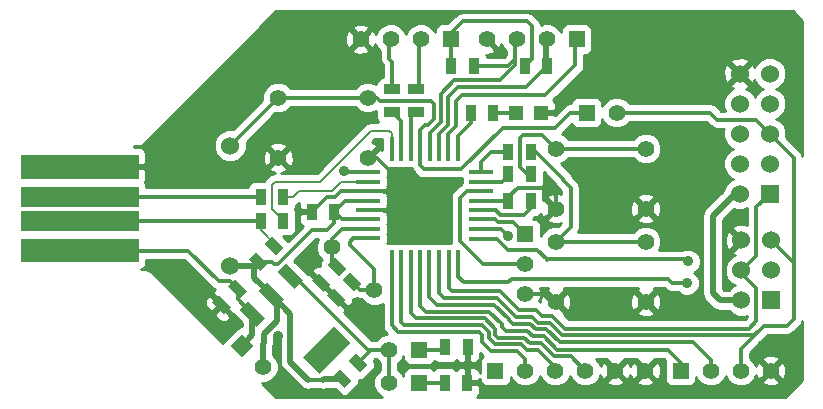
<source format=gtl>
G04 (created by PCBNEW-RS274X (2012-02-05 BZR 3258)-stable) date Пнд 26 Мар 2012 00:08:15*
G01*
G70*
G90*
%MOIN*%
G04 Gerber Fmt 3.4, Leading zero omitted, Abs format*
%FSLAX34Y34*%
G04 APERTURE LIST*
%ADD10C,0.006000*%
%ADD11R,0.078700X0.017700*%
%ADD12R,0.017700X0.078700*%
%ADD13C,0.055000*%
%ADD14R,0.055000X0.035000*%
%ADD15R,0.035000X0.055000*%
%ADD16R,0.055000X0.055000*%
%ADD17C,0.060000*%
%ADD18R,0.060000X0.060000*%
%ADD19R,0.047200X0.047200*%
%ADD20C,0.056000*%
%ADD21R,0.393700X0.066900*%
%ADD22R,0.393700X0.078700*%
%ADD23C,0.035000*%
%ADD24C,0.019700*%
%ADD25C,0.011800*%
%ADD26C,0.008000*%
%ADD27C,0.010000*%
G04 APERTURE END LIST*
G54D10*
G54D11*
X70204Y-27893D03*
X70204Y-27578D03*
X70204Y-27263D03*
X70204Y-26948D03*
X70204Y-26633D03*
X70204Y-26318D03*
X70204Y-26003D03*
X70204Y-25688D03*
X73970Y-25690D03*
X73970Y-27900D03*
X73970Y-27580D03*
X73970Y-27260D03*
X73970Y-26950D03*
X73970Y-26630D03*
X73970Y-26320D03*
X73970Y-26000D03*
G54D12*
X70988Y-24900D03*
X71302Y-24900D03*
X71618Y-24900D03*
X71932Y-24900D03*
X72248Y-24900D03*
X72562Y-24900D03*
X72878Y-24900D03*
X73192Y-24900D03*
X70990Y-28680D03*
X71300Y-28680D03*
X71620Y-28680D03*
X71930Y-28680D03*
X72240Y-28680D03*
X72560Y-28680D03*
X72880Y-28680D03*
X73200Y-28680D03*
G54D13*
X79450Y-28000D03*
X79450Y-30000D03*
X76450Y-28000D03*
X76450Y-30000D03*
X79450Y-24900D03*
X79450Y-26900D03*
X76450Y-24900D03*
X76450Y-26900D03*
X67200Y-25200D03*
X67200Y-23200D03*
X70200Y-25200D03*
X70200Y-23200D03*
G54D10*
G36*
X69045Y-30827D02*
X69611Y-31393D01*
X68593Y-32411D01*
X68027Y-31845D01*
X69045Y-30827D01*
X69045Y-30827D01*
G37*
G36*
X66840Y-29357D02*
X67405Y-29922D01*
X67122Y-30205D01*
X66557Y-29640D01*
X66840Y-29357D01*
X66840Y-29357D01*
G37*
G36*
X66203Y-29993D02*
X66768Y-30558D01*
X66485Y-30841D01*
X65920Y-30276D01*
X66203Y-29993D01*
X66203Y-29993D01*
G37*
G36*
X67476Y-28720D02*
X68041Y-29285D01*
X67758Y-29568D01*
X67193Y-29003D01*
X67476Y-28720D01*
X67476Y-28720D01*
G37*
G54D14*
X71800Y-23675D03*
X71800Y-22925D03*
X71000Y-23675D03*
X71000Y-22925D03*
G54D15*
X75625Y-25750D03*
X74875Y-25750D03*
X75625Y-25000D03*
X74875Y-25000D03*
X75425Y-22150D03*
X76175Y-22150D03*
X72975Y-22150D03*
X73725Y-22150D03*
X67375Y-27300D03*
X66625Y-27300D03*
X67375Y-26500D03*
X66625Y-26500D03*
G54D10*
G36*
X66606Y-28983D02*
X66217Y-28594D01*
X66464Y-28347D01*
X66853Y-28736D01*
X66606Y-28983D01*
X66606Y-28983D01*
G37*
G36*
X67136Y-28453D02*
X66747Y-28064D01*
X66994Y-27817D01*
X67383Y-28206D01*
X67136Y-28453D01*
X67136Y-28453D01*
G37*
G54D15*
X74865Y-26640D03*
X75615Y-26640D03*
X73495Y-32700D03*
X72745Y-32700D03*
X73515Y-31520D03*
X72765Y-31520D03*
G54D10*
G36*
X69406Y-32883D02*
X69017Y-32494D01*
X69264Y-32247D01*
X69653Y-32636D01*
X69406Y-32883D01*
X69406Y-32883D01*
G37*
G36*
X69936Y-32353D02*
X69547Y-31964D01*
X69794Y-31717D01*
X70183Y-32106D01*
X69936Y-32353D01*
X69936Y-32353D01*
G37*
G36*
X69094Y-28517D02*
X69483Y-28906D01*
X69236Y-29153D01*
X68847Y-28764D01*
X69094Y-28517D01*
X69094Y-28517D01*
G37*
G36*
X68564Y-29047D02*
X68953Y-29436D01*
X68706Y-29683D01*
X68317Y-29294D01*
X68564Y-29047D01*
X68564Y-29047D01*
G37*
G36*
X69594Y-29017D02*
X69983Y-29406D01*
X69736Y-29653D01*
X69347Y-29264D01*
X69594Y-29017D01*
X69594Y-29017D01*
G37*
G36*
X69064Y-29547D02*
X69453Y-29936D01*
X69206Y-30183D01*
X68817Y-29794D01*
X69064Y-29547D01*
X69064Y-29547D01*
G37*
G54D15*
X74375Y-23700D03*
X73625Y-23700D03*
G54D16*
X74440Y-32300D03*
G54D13*
X75440Y-32300D03*
X76440Y-32300D03*
X77440Y-32300D03*
X78440Y-32300D03*
X79440Y-32300D03*
G54D16*
X72950Y-21250D03*
G54D13*
X71950Y-21250D03*
X70950Y-21250D03*
X69950Y-21250D03*
G54D16*
X80620Y-32300D03*
G54D13*
X81620Y-32300D03*
X82620Y-32300D03*
X83620Y-32300D03*
G54D16*
X71900Y-32700D03*
G54D13*
X70900Y-32700D03*
G54D16*
X77480Y-23700D03*
G54D13*
X78480Y-23700D03*
G54D16*
X71900Y-31600D03*
G54D13*
X70900Y-31600D03*
G54D17*
X65600Y-24800D03*
X65600Y-28800D03*
G54D18*
X83580Y-26400D03*
G54D17*
X82580Y-26400D03*
X83580Y-25400D03*
X82580Y-25400D03*
X83580Y-24400D03*
X82580Y-24400D03*
X83580Y-23400D03*
X82580Y-23400D03*
X83580Y-22400D03*
X82580Y-22400D03*
G54D18*
X83640Y-29960D03*
G54D17*
X82640Y-29960D03*
X83640Y-28960D03*
X82640Y-28960D03*
X83640Y-27960D03*
X82640Y-27960D03*
G54D19*
X75137Y-23700D03*
X75963Y-23700D03*
G54D20*
X70407Y-29607D03*
X68993Y-28193D03*
G54D10*
G36*
X62548Y-27907D02*
X62548Y-28693D01*
X58612Y-28693D01*
X58612Y-27907D01*
X62548Y-27907D01*
X62548Y-27907D01*
G37*
G36*
X62548Y-26966D02*
X62548Y-27634D01*
X58612Y-27634D01*
X58612Y-26966D01*
X62548Y-26966D01*
X62548Y-26966D01*
G37*
G54D21*
X60580Y-26500D03*
G54D22*
X60580Y-25500D03*
G54D10*
G36*
X65774Y-29257D02*
X66163Y-29646D01*
X65916Y-29893D01*
X65527Y-29504D01*
X65774Y-29257D01*
X65774Y-29257D01*
G37*
G36*
X65244Y-29787D02*
X65633Y-30176D01*
X65386Y-30423D01*
X64997Y-30034D01*
X65244Y-29787D01*
X65244Y-29787D01*
G37*
G54D15*
X69075Y-27000D03*
X68325Y-27000D03*
G54D16*
X75440Y-27760D03*
G54D13*
X75440Y-28760D03*
X75440Y-29760D03*
G54D16*
X77150Y-21250D03*
G54D13*
X76150Y-21250D03*
X75150Y-21250D03*
X74150Y-21250D03*
G54D10*
G36*
X65597Y-31466D02*
X65986Y-31077D01*
X66375Y-31466D01*
X65986Y-31855D01*
X65597Y-31466D01*
X65597Y-31466D01*
G37*
G54D13*
X66694Y-32174D03*
G54D23*
X80820Y-29380D03*
X80860Y-28660D03*
X74280Y-33080D03*
X69840Y-30500D03*
X67180Y-31160D03*
X69400Y-25660D03*
X74860Y-27800D03*
G54D24*
X66344Y-31108D02*
X65986Y-31466D01*
G54D25*
X65220Y-29320D02*
X65590Y-29320D01*
X65845Y-29575D02*
X65845Y-29918D01*
X60580Y-28300D02*
X64200Y-28300D01*
X65845Y-29918D02*
X66344Y-30417D01*
X65590Y-29320D02*
X65845Y-29575D01*
X64200Y-28300D02*
X65220Y-29320D01*
G54D24*
X66344Y-30417D02*
X66344Y-31108D01*
G54D25*
X74520Y-27360D02*
X75040Y-27360D01*
X74420Y-27260D02*
X74520Y-27360D01*
X75040Y-27360D02*
X75440Y-27760D01*
X73970Y-27260D02*
X74420Y-27260D01*
X73480Y-26320D02*
X73970Y-26320D01*
X73260Y-26540D02*
X73480Y-26320D01*
X73260Y-27980D02*
X73260Y-26540D01*
X75440Y-28760D02*
X74040Y-28760D01*
X74040Y-28760D02*
X73260Y-27980D01*
X73970Y-26000D02*
X74675Y-26000D01*
X74875Y-25750D02*
X74875Y-25800D01*
X74875Y-25800D02*
X74675Y-26000D01*
X74675Y-26000D02*
X73970Y-26000D01*
X74675Y-26000D02*
X74875Y-25800D01*
G54D26*
X67375Y-27275D02*
X67375Y-27300D01*
X68600Y-26000D02*
X67300Y-26000D01*
X70300Y-24300D02*
X68600Y-26000D01*
X67300Y-26000D02*
X67100Y-26000D01*
X67100Y-26000D02*
X67000Y-26100D01*
X67000Y-26100D02*
X67000Y-26900D01*
X70900Y-24300D02*
X70300Y-24300D01*
X70988Y-24388D02*
X70900Y-24300D01*
X67000Y-26900D02*
X67375Y-27275D01*
X70988Y-24900D02*
X70988Y-24388D01*
X69000Y-26300D02*
X69297Y-26003D01*
X67375Y-26500D02*
X67700Y-26500D01*
X67700Y-26500D02*
X67900Y-26300D01*
X67900Y-26300D02*
X69000Y-26300D01*
X69297Y-26003D02*
X70204Y-26003D01*
G54D25*
X80340Y-29380D02*
X80820Y-29380D01*
X74980Y-29240D02*
X80200Y-29240D01*
X74860Y-29360D02*
X74980Y-29240D01*
X73380Y-29360D02*
X74860Y-29360D01*
X73200Y-29180D02*
X73380Y-29360D01*
X80200Y-29240D02*
X80340Y-29380D01*
X73200Y-28680D02*
X73200Y-29180D01*
X82880Y-30900D02*
X83140Y-30640D01*
X82640Y-29060D02*
X82640Y-28960D01*
X82660Y-28960D02*
X83140Y-28480D01*
X83140Y-28480D02*
X83140Y-26840D01*
X72880Y-28680D02*
X72880Y-29535D01*
X82640Y-28960D02*
X82660Y-28960D01*
X75220Y-30280D02*
X75800Y-30280D01*
X72880Y-29535D02*
X73000Y-29655D01*
X76762Y-30900D02*
X82720Y-30900D01*
X76000Y-30480D02*
X76342Y-30480D01*
X83140Y-29560D02*
X82640Y-29060D01*
X83140Y-30640D02*
X83140Y-29560D01*
X73000Y-29655D02*
X74595Y-29655D01*
X74595Y-29655D02*
X75220Y-30280D01*
X83140Y-26840D02*
X83580Y-26400D01*
X82720Y-30900D02*
X82880Y-30900D01*
X76342Y-30480D02*
X76762Y-30900D01*
X75800Y-30280D02*
X76000Y-30480D01*
X74680Y-24200D02*
X73300Y-25580D01*
X77480Y-23700D02*
X76940Y-23700D01*
X76940Y-23700D02*
X76440Y-24200D01*
X73300Y-25580D02*
X72060Y-25580D01*
X72200Y-24100D02*
X72100Y-24100D01*
X72060Y-25580D02*
X71932Y-25452D01*
X71932Y-25452D02*
X71932Y-24900D01*
X70600Y-23300D02*
X72300Y-23300D01*
X72300Y-23300D02*
X72400Y-23400D01*
X72400Y-23400D02*
X72400Y-23900D01*
X72100Y-24100D02*
X71932Y-24268D01*
X70200Y-23200D02*
X67200Y-23200D01*
X72400Y-23900D02*
X72200Y-24100D01*
X71932Y-24268D02*
X71932Y-24900D01*
X65600Y-24800D02*
X67200Y-23200D01*
X70200Y-23200D02*
X70500Y-23200D01*
X70500Y-23200D02*
X70600Y-23300D01*
X76440Y-24200D02*
X74680Y-24200D01*
X84160Y-30800D02*
X84380Y-30580D01*
X72560Y-29710D02*
X72725Y-29875D01*
X83060Y-31140D02*
X83400Y-30800D01*
X84380Y-28800D02*
X84380Y-25200D01*
X83120Y-23940D02*
X83580Y-24400D01*
X83400Y-30800D02*
X84160Y-30800D01*
X78480Y-23700D02*
X81600Y-23700D01*
X81600Y-23700D02*
X81840Y-23940D01*
X75003Y-30378D02*
X75005Y-30380D01*
X84380Y-25200D02*
X83580Y-24400D01*
X83060Y-31140D02*
X83175Y-31025D01*
X74500Y-29875D02*
X75003Y-30378D01*
X81840Y-23940D02*
X83120Y-23940D01*
X75875Y-30700D02*
X76250Y-30700D01*
X75003Y-30383D02*
X75120Y-30500D01*
X83075Y-31125D02*
X83175Y-31025D01*
X75300Y-30500D02*
X75675Y-30500D01*
X76675Y-31125D02*
X83075Y-31125D01*
X82620Y-32300D02*
X82620Y-31580D01*
X84380Y-28800D02*
X84380Y-28700D01*
X84380Y-30580D02*
X84380Y-28800D01*
X82620Y-31580D02*
X83060Y-31140D01*
X75120Y-30500D02*
X75300Y-30500D01*
X75003Y-30378D02*
X75003Y-30383D01*
X76250Y-30700D02*
X76675Y-31125D01*
X84380Y-28700D02*
X83640Y-27960D01*
X75675Y-30500D02*
X75875Y-30700D01*
X72725Y-29875D02*
X74500Y-29875D01*
X72560Y-28680D02*
X72560Y-29710D01*
X73970Y-25690D02*
X73970Y-25330D01*
X74300Y-25000D02*
X74875Y-25000D01*
X73970Y-25330D02*
X74300Y-25000D01*
X76150Y-28590D02*
X76160Y-28600D01*
X73970Y-27900D02*
X74480Y-27900D01*
X80790Y-28590D02*
X80860Y-28660D01*
X75840Y-28280D02*
X76150Y-28590D01*
X76150Y-28590D02*
X80790Y-28590D01*
X74860Y-28280D02*
X75840Y-28280D01*
X74480Y-27900D02*
X74860Y-28280D01*
X74600Y-22625D02*
X75100Y-22125D01*
X72620Y-23080D02*
X73075Y-22625D01*
X75100Y-21700D02*
X75100Y-21250D01*
X73725Y-22150D02*
X74850Y-22150D01*
X72248Y-24377D02*
X72620Y-24005D01*
X72248Y-24377D02*
X72248Y-24900D01*
X73075Y-22625D02*
X74600Y-22625D01*
X75100Y-21300D02*
X75150Y-21250D01*
X75100Y-21900D02*
X75100Y-21700D01*
X75100Y-22125D02*
X75100Y-21900D01*
X75100Y-21700D02*
X75100Y-21300D01*
X74850Y-22150D02*
X75100Y-21900D01*
X75100Y-21250D02*
X75125Y-21225D01*
X72620Y-24005D02*
X72620Y-23080D01*
X76150Y-21250D02*
X76150Y-22125D01*
X76100Y-21250D02*
X76125Y-21225D01*
X75450Y-22850D02*
X76100Y-22200D01*
X76100Y-21900D02*
X76100Y-21650D01*
X72875Y-23175D02*
X73200Y-22850D01*
X76150Y-22125D02*
X76175Y-22150D01*
X76100Y-21650D02*
X76100Y-21300D01*
X76100Y-21650D02*
X76100Y-21250D01*
X73200Y-22850D02*
X75450Y-22850D01*
X76100Y-21300D02*
X76150Y-21250D01*
X72562Y-24900D02*
X72562Y-24413D01*
X72875Y-24100D02*
X72875Y-23175D01*
X76100Y-22200D02*
X76100Y-21900D01*
X72562Y-24413D02*
X72875Y-24100D01*
X76040Y-29760D02*
X75440Y-29760D01*
X71032Y-26948D02*
X70204Y-26948D01*
X70200Y-25200D02*
X70500Y-25200D01*
X74280Y-33080D02*
X73900Y-32700D01*
X74865Y-26515D02*
X75180Y-26200D01*
X73990Y-26650D02*
X73970Y-26630D01*
X76450Y-26470D02*
X76450Y-26900D01*
X71040Y-25940D02*
X71040Y-26120D01*
X76450Y-30000D02*
X76280Y-30000D01*
X71040Y-25940D02*
X71040Y-26820D01*
X74620Y-26640D02*
X74620Y-26650D01*
X66900Y-25500D02*
X67200Y-25200D01*
X75180Y-26200D02*
X76180Y-26200D01*
X73515Y-31520D02*
X73515Y-32680D01*
X74620Y-26650D02*
X73990Y-26650D01*
X73515Y-32680D02*
X73495Y-32700D01*
X71032Y-26948D02*
X71100Y-26880D01*
X74875Y-26650D02*
X74620Y-26650D01*
X70842Y-26318D02*
X70204Y-26318D01*
X74865Y-26640D02*
X74620Y-26640D01*
X71040Y-26820D02*
X71100Y-26880D01*
G54D24*
X65315Y-30105D02*
X65315Y-30175D01*
G54D25*
X69205Y-29865D02*
X69840Y-30500D01*
X69135Y-29865D02*
X69205Y-29865D01*
X68635Y-29365D02*
X69135Y-29865D01*
X60580Y-25500D02*
X66900Y-25500D01*
X73900Y-32700D02*
X73495Y-32700D01*
X69282Y-26318D02*
X69100Y-26500D01*
G54D24*
X67120Y-31220D02*
X67180Y-31160D01*
G54D25*
X68825Y-26500D02*
X68325Y-27000D01*
X76180Y-26200D02*
X76450Y-26470D01*
X69205Y-29865D02*
X69840Y-30500D01*
X69135Y-29865D02*
X69205Y-29865D01*
X74865Y-26640D02*
X74865Y-26515D01*
X76280Y-30000D02*
X76040Y-29760D01*
X70500Y-25200D02*
X71040Y-25740D01*
X70204Y-26318D02*
X69282Y-26318D01*
X69100Y-26500D02*
X68825Y-26500D01*
X71040Y-25740D02*
X71040Y-25940D01*
X71040Y-26120D02*
X70842Y-26318D01*
X60580Y-26500D02*
X66625Y-26500D01*
X66625Y-27300D02*
X60580Y-27300D01*
G54D26*
X67135Y-28135D02*
X66625Y-27625D01*
X67065Y-28135D02*
X67135Y-28135D01*
X66625Y-27625D02*
X66625Y-27300D01*
G54D25*
X72745Y-32700D02*
X71900Y-32700D01*
X72685Y-31600D02*
X72765Y-31520D01*
X71900Y-31600D02*
X72685Y-31600D01*
X74000Y-31100D02*
X73900Y-31000D01*
X74000Y-31340D02*
X74300Y-31640D01*
X75440Y-32300D02*
X75440Y-31920D01*
X73900Y-31000D02*
X71200Y-31000D01*
X71200Y-31000D02*
X70990Y-30790D01*
X70990Y-30790D02*
X70990Y-28680D01*
X75160Y-31640D02*
X75440Y-31920D01*
X74000Y-31340D02*
X74000Y-31100D01*
X74300Y-31640D02*
X75160Y-31640D01*
X81620Y-31940D02*
X81040Y-31360D01*
X74400Y-30100D02*
X74890Y-30590D01*
X75780Y-30920D02*
X75600Y-30740D01*
X72240Y-29840D02*
X72500Y-30100D01*
X75600Y-30740D02*
X75212Y-30740D01*
X72240Y-28680D02*
X72240Y-29840D01*
X72500Y-30100D02*
X74400Y-30100D01*
X74890Y-30590D02*
X74900Y-30600D01*
X74890Y-30590D02*
X74890Y-30610D01*
X81040Y-31360D02*
X76580Y-31360D01*
X75020Y-30740D02*
X75212Y-30740D01*
X74890Y-30610D02*
X75020Y-30740D01*
X76140Y-30920D02*
X75780Y-30920D01*
X81620Y-31940D02*
X81620Y-32300D01*
X76580Y-31360D02*
X76140Y-30920D01*
X74660Y-30860D02*
X74660Y-30760D01*
X74660Y-30760D02*
X74240Y-30340D01*
X74660Y-30860D02*
X74780Y-30980D01*
X76500Y-31600D02*
X80180Y-31600D01*
X80620Y-32300D02*
X80620Y-32040D01*
X74240Y-30340D02*
X72140Y-30340D01*
X76060Y-31160D02*
X76500Y-31600D01*
X75500Y-30980D02*
X75680Y-31160D01*
X74780Y-30980D02*
X75500Y-30980D01*
X75680Y-31160D02*
X76060Y-31160D01*
X71930Y-30130D02*
X71930Y-28680D01*
X72140Y-30340D02*
X71930Y-30130D01*
X80180Y-31600D02*
X80620Y-32040D01*
X68993Y-28193D02*
X68993Y-27907D01*
X68993Y-28193D02*
X68993Y-28663D01*
X68993Y-27907D02*
X69322Y-27578D01*
X69322Y-27578D02*
X70204Y-27578D01*
X68993Y-28663D02*
X69165Y-28835D01*
X70204Y-25688D02*
X69428Y-25688D01*
X69428Y-25688D02*
X69400Y-25660D01*
X71300Y-28680D02*
X71300Y-30680D01*
X71300Y-30680D02*
X71400Y-30780D01*
X73992Y-30780D02*
X74220Y-31008D01*
X71400Y-30780D02*
X73992Y-30780D01*
X74420Y-31420D02*
X74220Y-31220D01*
X75860Y-31600D02*
X75480Y-31600D01*
X74220Y-31008D02*
X74220Y-31220D01*
X76440Y-32180D02*
X76440Y-32300D01*
X75480Y-31600D02*
X75300Y-31420D01*
X76440Y-32180D02*
X75860Y-31600D01*
X75300Y-31420D02*
X74420Y-31420D01*
X77100Y-21900D02*
X77100Y-22125D01*
X77100Y-22125D02*
X76100Y-23125D01*
X77100Y-21300D02*
X77150Y-21250D01*
X72878Y-24900D02*
X72878Y-24409D01*
X76100Y-23125D02*
X73325Y-23125D01*
X73125Y-23325D02*
X73125Y-24162D01*
X77100Y-21250D02*
X77125Y-21225D01*
X77100Y-21650D02*
X77100Y-21300D01*
X77100Y-21650D02*
X77100Y-21250D01*
X73125Y-24162D02*
X72878Y-24409D01*
X77100Y-21900D02*
X77100Y-21650D01*
X73325Y-23125D02*
X73125Y-23325D01*
X71900Y-21700D02*
X71900Y-21225D01*
X71900Y-21900D02*
X71900Y-22825D01*
X71900Y-21225D02*
X71950Y-21175D01*
X71900Y-21900D02*
X71900Y-21700D01*
X71800Y-22925D02*
X71900Y-22825D01*
X71900Y-21300D02*
X71950Y-21250D01*
X71900Y-21700D02*
X71900Y-21300D01*
X73192Y-24900D02*
X73192Y-24483D01*
X73625Y-24050D02*
X73625Y-23700D01*
X73192Y-24483D02*
X73625Y-24050D01*
X74375Y-23700D02*
X75137Y-23700D01*
X76450Y-24900D02*
X79450Y-24900D01*
X76000Y-24450D02*
X76450Y-24900D01*
X75500Y-25750D02*
X75250Y-25500D01*
X75250Y-25500D02*
X75250Y-24550D01*
X75625Y-25750D02*
X75500Y-25750D01*
X75250Y-24550D02*
X75350Y-24450D01*
X75350Y-24450D02*
X76000Y-24450D01*
X76950Y-27500D02*
X76450Y-28000D01*
X76700Y-25950D02*
X76950Y-26200D01*
X76450Y-28000D02*
X79450Y-28000D01*
X76950Y-26200D02*
X76950Y-27500D01*
X75625Y-25000D02*
X75800Y-25000D01*
X76700Y-25900D02*
X76700Y-25950D01*
X75800Y-25000D02*
X76700Y-25900D01*
X73970Y-26950D02*
X74450Y-26950D01*
X75615Y-26885D02*
X75560Y-26940D01*
X75560Y-26960D02*
X75560Y-26940D01*
X75560Y-26940D02*
X75560Y-26960D01*
X75625Y-26875D02*
X75625Y-26650D01*
X74450Y-26950D02*
X74600Y-27100D01*
X74600Y-27100D02*
X75400Y-27100D01*
X75560Y-26940D02*
X75625Y-26875D01*
X75400Y-27100D02*
X75560Y-26940D01*
X75615Y-26640D02*
X75615Y-26885D01*
X76960Y-31820D02*
X77440Y-32300D01*
X74084Y-30560D02*
X74440Y-30916D01*
X74540Y-31200D02*
X75400Y-31200D01*
X75400Y-31200D02*
X75580Y-31380D01*
X71620Y-30380D02*
X71800Y-30560D01*
X74440Y-30916D02*
X74440Y-31100D01*
X71620Y-28680D02*
X71620Y-30380D01*
X71800Y-30560D02*
X74084Y-30560D01*
X74440Y-31100D02*
X74540Y-31200D01*
X76400Y-31820D02*
X76960Y-31820D01*
X75960Y-31380D02*
X76400Y-31820D01*
X75580Y-31380D02*
X75960Y-31380D01*
X71618Y-23857D02*
X71800Y-23675D01*
X71618Y-24900D02*
X71618Y-23857D01*
X70900Y-21300D02*
X70950Y-21250D01*
X70900Y-21650D02*
X70900Y-21225D01*
X70900Y-21900D02*
X70900Y-21650D01*
X71000Y-22000D02*
X70900Y-21900D01*
X70900Y-21225D02*
X70950Y-21175D01*
X70900Y-21650D02*
X70900Y-21300D01*
X71000Y-22925D02*
X71000Y-22000D01*
X71302Y-24900D02*
X71302Y-23977D01*
X71302Y-23977D02*
X71000Y-23675D01*
X69937Y-29607D02*
X69665Y-29335D01*
X70400Y-29600D02*
X70407Y-29607D01*
X69600Y-28000D02*
X69600Y-28100D01*
X70400Y-28900D02*
X70400Y-29600D01*
X69600Y-28100D02*
X70400Y-28900D01*
X69707Y-27893D02*
X69600Y-28000D01*
X70407Y-29607D02*
X69937Y-29607D01*
X70204Y-27893D02*
X69707Y-27893D01*
X70900Y-31600D02*
X70900Y-32700D01*
X67744Y-29144D02*
X70200Y-31600D01*
X70200Y-31600D02*
X70900Y-31600D01*
X67617Y-29144D02*
X67744Y-29144D01*
X70300Y-31600D02*
X70900Y-31600D01*
X69865Y-32035D02*
X70300Y-31600D01*
X67200Y-28740D02*
X68320Y-27620D01*
X68820Y-27620D02*
X69075Y-27365D01*
X66535Y-28665D02*
X66985Y-28665D01*
X75650Y-21925D02*
X75425Y-22150D01*
X72950Y-21250D02*
X72950Y-21050D01*
X72975Y-21200D02*
X72950Y-21175D01*
X66400Y-29200D02*
X66400Y-29000D01*
X67060Y-28740D02*
X67200Y-28740D01*
X69075Y-27365D02*
X69075Y-27000D01*
X66400Y-28800D02*
X66535Y-28665D01*
X66985Y-28665D02*
X67060Y-28740D01*
X70204Y-27263D02*
X69338Y-27263D01*
X69338Y-27263D02*
X69075Y-27000D01*
X66400Y-29000D02*
X66535Y-28665D01*
X72975Y-22150D02*
X72975Y-21600D01*
X72950Y-21050D02*
X73350Y-20650D01*
X75500Y-20650D02*
X75650Y-20800D01*
X70204Y-26633D02*
X69442Y-26633D01*
X73350Y-20650D02*
X75360Y-20650D01*
X72975Y-21600D02*
X72975Y-21200D01*
X69442Y-26633D02*
X69075Y-27000D01*
G54D24*
X82640Y-29960D02*
X81920Y-29960D01*
G54D25*
X75360Y-20650D02*
X75500Y-20650D01*
X72975Y-21600D02*
X72975Y-21275D01*
X75650Y-20800D02*
X75650Y-21925D01*
X68320Y-27620D02*
X68820Y-27620D01*
G54D24*
X65600Y-28800D02*
X66400Y-28800D01*
G54D25*
X73970Y-27580D02*
X74640Y-27580D01*
G54D24*
X66981Y-29781D02*
X66400Y-29200D01*
X66400Y-29200D02*
X66400Y-28800D01*
X66400Y-28800D02*
X66535Y-28665D01*
X66694Y-32174D02*
X66694Y-31406D01*
X67160Y-29960D02*
X66981Y-29781D01*
X67160Y-30640D02*
X67160Y-29960D01*
X66720Y-31080D02*
X67160Y-30640D01*
X66720Y-31380D02*
X66720Y-31080D01*
X66694Y-31406D02*
X66720Y-31380D01*
G54D25*
X72975Y-21275D02*
X72950Y-21250D01*
G54D24*
X82420Y-26400D02*
X82580Y-26400D01*
X81680Y-27140D02*
X82420Y-26400D01*
X81680Y-29720D02*
X81680Y-27140D01*
X81920Y-29960D02*
X81680Y-29720D01*
G54D25*
X74640Y-27580D02*
X74860Y-27800D01*
G54D24*
X67600Y-30400D02*
X66981Y-29781D01*
X68735Y-32565D02*
X68700Y-32600D01*
G54D25*
X68700Y-32600D02*
X68200Y-32600D01*
G54D24*
X67600Y-32000D02*
X67600Y-30400D01*
X68200Y-32600D02*
X67600Y-32000D01*
X69335Y-32565D02*
X68735Y-32565D01*
G54D10*
G36*
X65996Y-30828D02*
X65937Y-30828D01*
X65845Y-30866D01*
X65775Y-30936D01*
X65607Y-31104D01*
X65607Y-30555D01*
X65607Y-30468D01*
X65315Y-30176D01*
X65244Y-30247D01*
X65244Y-30105D01*
X64952Y-29813D01*
X64865Y-29813D01*
X64786Y-29893D01*
X64748Y-29985D01*
X64748Y-30084D01*
X64785Y-30175D01*
X64855Y-30245D01*
X64935Y-30326D01*
X65023Y-30326D01*
X65244Y-30105D01*
X65244Y-30247D01*
X65094Y-30397D01*
X65094Y-30485D01*
X65175Y-30565D01*
X65245Y-30635D01*
X65336Y-30672D01*
X65435Y-30672D01*
X65527Y-30634D01*
X65607Y-30555D01*
X65607Y-31104D01*
X65386Y-31325D01*
X65356Y-31396D01*
X62980Y-29020D01*
X62874Y-28950D01*
X62750Y-28925D01*
X62638Y-28925D01*
X62689Y-28904D01*
X62759Y-28834D01*
X62797Y-28743D01*
X62797Y-28644D01*
X62797Y-28609D01*
X64072Y-28609D01*
X65001Y-29538D01*
X65002Y-29538D01*
X65085Y-29593D01*
X65023Y-29655D01*
X65023Y-29742D01*
X65280Y-29999D01*
X65315Y-30034D01*
X65386Y-30105D01*
X65421Y-30140D01*
X65678Y-30397D01*
X65700Y-30397D01*
X65708Y-30416D01*
X65778Y-30486D01*
X65996Y-30704D01*
X65996Y-30828D01*
X65996Y-30828D01*
G37*
G54D27*
X65996Y-30828D02*
X65937Y-30828D01*
X65845Y-30866D01*
X65775Y-30936D01*
X65607Y-31104D01*
X65607Y-30555D01*
X65607Y-30468D01*
X65315Y-30176D01*
X65244Y-30247D01*
X65244Y-30105D01*
X64952Y-29813D01*
X64865Y-29813D01*
X64786Y-29893D01*
X64748Y-29985D01*
X64748Y-30084D01*
X64785Y-30175D01*
X64855Y-30245D01*
X64935Y-30326D01*
X65023Y-30326D01*
X65244Y-30105D01*
X65244Y-30247D01*
X65094Y-30397D01*
X65094Y-30485D01*
X65175Y-30565D01*
X65245Y-30635D01*
X65336Y-30672D01*
X65435Y-30672D01*
X65527Y-30634D01*
X65607Y-30555D01*
X65607Y-31104D01*
X65386Y-31325D01*
X65356Y-31396D01*
X62980Y-29020D01*
X62874Y-28950D01*
X62750Y-28925D01*
X62638Y-28925D01*
X62689Y-28904D01*
X62759Y-28834D01*
X62797Y-28743D01*
X62797Y-28644D01*
X62797Y-28609D01*
X64072Y-28609D01*
X65001Y-29538D01*
X65002Y-29538D01*
X65085Y-29593D01*
X65023Y-29655D01*
X65023Y-29742D01*
X65280Y-29999D01*
X65315Y-30034D01*
X65386Y-30105D01*
X65421Y-30140D01*
X65678Y-30397D01*
X65700Y-30397D01*
X65708Y-30416D01*
X65778Y-30486D01*
X65996Y-30704D01*
X65996Y-30828D01*
G54D10*
G36*
X68375Y-27050D02*
X68275Y-27050D01*
X68225Y-27050D01*
X67962Y-27050D01*
X67900Y-27112D01*
X67901Y-27226D01*
X67901Y-27325D01*
X67939Y-27416D01*
X68009Y-27486D01*
X68014Y-27488D01*
X67516Y-27986D01*
X67354Y-27824D01*
X67599Y-27824D01*
X67691Y-27786D01*
X67761Y-27716D01*
X67799Y-27625D01*
X67799Y-27526D01*
X67799Y-26976D01*
X67767Y-26900D01*
X67799Y-26825D01*
X67799Y-26770D01*
X67811Y-26768D01*
X67901Y-26707D01*
X67901Y-26774D01*
X67900Y-26888D01*
X67962Y-26950D01*
X68225Y-26950D01*
X68275Y-26950D01*
X68375Y-26950D01*
X68375Y-27050D01*
X68375Y-27050D01*
G37*
G54D27*
X68375Y-27050D02*
X68275Y-27050D01*
X68225Y-27050D01*
X67962Y-27050D01*
X67900Y-27112D01*
X67901Y-27226D01*
X67901Y-27325D01*
X67939Y-27416D01*
X68009Y-27486D01*
X68014Y-27488D01*
X67516Y-27986D01*
X67354Y-27824D01*
X67599Y-27824D01*
X67691Y-27786D01*
X67761Y-27716D01*
X67799Y-27625D01*
X67799Y-27526D01*
X67799Y-26976D01*
X67767Y-26900D01*
X67799Y-26825D01*
X67799Y-26770D01*
X67811Y-26768D01*
X67901Y-26707D01*
X67901Y-26774D01*
X67900Y-26888D01*
X67962Y-26950D01*
X68225Y-26950D01*
X68275Y-26950D01*
X68375Y-26950D01*
X68375Y-27050D01*
G54D10*
G36*
X70651Y-24932D02*
X70561Y-24910D01*
X70306Y-25165D01*
X70271Y-25200D01*
X70200Y-25271D01*
X70129Y-25200D01*
X70200Y-25129D01*
X70235Y-25094D01*
X70490Y-24839D01*
X70467Y-24748D01*
X70314Y-24695D01*
X70420Y-24590D01*
X70651Y-24590D01*
X70651Y-24932D01*
X70651Y-24932D01*
G37*
G54D27*
X70651Y-24932D02*
X70561Y-24910D01*
X70306Y-25165D01*
X70271Y-25200D01*
X70200Y-25271D01*
X70129Y-25200D01*
X70200Y-25129D01*
X70235Y-25094D01*
X70490Y-24839D01*
X70467Y-24748D01*
X70314Y-24695D01*
X70420Y-24590D01*
X70651Y-24590D01*
X70651Y-24932D01*
G54D10*
G36*
X70674Y-33175D02*
X67135Y-33175D01*
X66659Y-32699D01*
X66798Y-32699D01*
X66991Y-32619D01*
X67139Y-32472D01*
X67219Y-32279D01*
X67219Y-32070D01*
X67139Y-31877D01*
X67042Y-31779D01*
X67042Y-31513D01*
X67042Y-31508D01*
X67067Y-31381D01*
X67068Y-31380D01*
X67068Y-31224D01*
X67252Y-31040D01*
X67252Y-32000D01*
X67278Y-32134D01*
X67354Y-32246D01*
X67954Y-32846D01*
X68066Y-32921D01*
X68200Y-32948D01*
X68333Y-32921D01*
X68351Y-32909D01*
X68546Y-32909D01*
X68566Y-32922D01*
X68700Y-32948D01*
X68834Y-32922D01*
X68847Y-32913D01*
X69083Y-32913D01*
X69264Y-33094D01*
X69356Y-33132D01*
X69455Y-33132D01*
X69546Y-33095D01*
X69616Y-33025D01*
X69864Y-32777D01*
X69902Y-32685D01*
X69902Y-32602D01*
X69985Y-32602D01*
X70076Y-32565D01*
X70146Y-32495D01*
X70394Y-32247D01*
X70432Y-32155D01*
X70432Y-32056D01*
X70395Y-31965D01*
X70383Y-31953D01*
X70427Y-31909D01*
X70466Y-31909D01*
X70591Y-32033D01*
X70591Y-32266D01*
X70455Y-32402D01*
X70375Y-32595D01*
X70375Y-32804D01*
X70455Y-32997D01*
X70602Y-33145D01*
X70674Y-33175D01*
X70674Y-33175D01*
G37*
G54D27*
X70674Y-33175D02*
X67135Y-33175D01*
X66659Y-32699D01*
X66798Y-32699D01*
X66991Y-32619D01*
X67139Y-32472D01*
X67219Y-32279D01*
X67219Y-32070D01*
X67139Y-31877D01*
X67042Y-31779D01*
X67042Y-31513D01*
X67042Y-31508D01*
X67067Y-31381D01*
X67068Y-31380D01*
X67068Y-31224D01*
X67252Y-31040D01*
X67252Y-32000D01*
X67278Y-32134D01*
X67354Y-32246D01*
X67954Y-32846D01*
X68066Y-32921D01*
X68200Y-32948D01*
X68333Y-32921D01*
X68351Y-32909D01*
X68546Y-32909D01*
X68566Y-32922D01*
X68700Y-32948D01*
X68834Y-32922D01*
X68847Y-32913D01*
X69083Y-32913D01*
X69264Y-33094D01*
X69356Y-33132D01*
X69455Y-33132D01*
X69546Y-33095D01*
X69616Y-33025D01*
X69864Y-32777D01*
X69902Y-32685D01*
X69902Y-32602D01*
X69985Y-32602D01*
X70076Y-32565D01*
X70146Y-32495D01*
X70394Y-32247D01*
X70432Y-32155D01*
X70432Y-32056D01*
X70395Y-31965D01*
X70383Y-31953D01*
X70427Y-31909D01*
X70466Y-31909D01*
X70591Y-32033D01*
X70591Y-32266D01*
X70455Y-32402D01*
X70375Y-32595D01*
X70375Y-32804D01*
X70455Y-32997D01*
X70602Y-33145D01*
X70674Y-33175D01*
G54D10*
G36*
X70838Y-31075D02*
X70796Y-31075D01*
X70603Y-31155D01*
X70466Y-31291D01*
X70327Y-31291D01*
X69389Y-30352D01*
X69427Y-30315D01*
X69427Y-30228D01*
X69170Y-29971D01*
X69135Y-29936D01*
X69064Y-29865D01*
X69029Y-29830D01*
X68927Y-29728D01*
X68772Y-29573D01*
X68670Y-29471D01*
X68635Y-29436D01*
X68564Y-29365D01*
X68529Y-29330D01*
X68272Y-29073D01*
X68185Y-29073D01*
X68183Y-29075D01*
X67742Y-28634D01*
X68447Y-27929D01*
X68528Y-27929D01*
X68463Y-28087D01*
X68463Y-28298D01*
X68544Y-28493D01*
X68654Y-28604D01*
X68636Y-28623D01*
X68598Y-28715D01*
X68598Y-28798D01*
X68515Y-28798D01*
X68423Y-28836D01*
X68343Y-28915D01*
X68343Y-29002D01*
X68600Y-29259D01*
X68635Y-29294D01*
X68706Y-29365D01*
X68741Y-29400D01*
X68843Y-29502D01*
X68998Y-29657D01*
X69100Y-29759D01*
X69135Y-29794D01*
X69206Y-29865D01*
X69241Y-29900D01*
X69498Y-30157D01*
X69585Y-30157D01*
X69664Y-30077D01*
X69702Y-29985D01*
X69702Y-29902D01*
X69785Y-29902D01*
X69815Y-29889D01*
X69818Y-29891D01*
X69819Y-29892D01*
X69937Y-29916D01*
X69966Y-29916D01*
X70106Y-30056D01*
X70301Y-30137D01*
X70512Y-30137D01*
X70681Y-30066D01*
X70681Y-30790D01*
X70705Y-30908D01*
X70772Y-31008D01*
X70838Y-31075D01*
X70838Y-31075D01*
G37*
G54D27*
X70838Y-31075D02*
X70796Y-31075D01*
X70603Y-31155D01*
X70466Y-31291D01*
X70327Y-31291D01*
X69389Y-30352D01*
X69427Y-30315D01*
X69427Y-30228D01*
X69170Y-29971D01*
X69135Y-29936D01*
X69064Y-29865D01*
X69029Y-29830D01*
X68927Y-29728D01*
X68772Y-29573D01*
X68670Y-29471D01*
X68635Y-29436D01*
X68564Y-29365D01*
X68529Y-29330D01*
X68272Y-29073D01*
X68185Y-29073D01*
X68183Y-29075D01*
X67742Y-28634D01*
X68447Y-27929D01*
X68528Y-27929D01*
X68463Y-28087D01*
X68463Y-28298D01*
X68544Y-28493D01*
X68654Y-28604D01*
X68636Y-28623D01*
X68598Y-28715D01*
X68598Y-28798D01*
X68515Y-28798D01*
X68423Y-28836D01*
X68343Y-28915D01*
X68343Y-29002D01*
X68600Y-29259D01*
X68635Y-29294D01*
X68706Y-29365D01*
X68741Y-29400D01*
X68843Y-29502D01*
X68998Y-29657D01*
X69100Y-29759D01*
X69135Y-29794D01*
X69206Y-29865D01*
X69241Y-29900D01*
X69498Y-30157D01*
X69585Y-30157D01*
X69664Y-30077D01*
X69702Y-29985D01*
X69702Y-29902D01*
X69785Y-29902D01*
X69815Y-29889D01*
X69818Y-29891D01*
X69819Y-29892D01*
X69937Y-29916D01*
X69966Y-29916D01*
X70106Y-30056D01*
X70301Y-30137D01*
X70512Y-30137D01*
X70681Y-30066D01*
X70681Y-30790D01*
X70705Y-30908D01*
X70772Y-31008D01*
X70838Y-31075D01*
G54D10*
G36*
X73328Y-26057D02*
X73261Y-26102D01*
X73042Y-26322D01*
X72975Y-26422D01*
X72951Y-26540D01*
X72951Y-27980D01*
X72962Y-28038D01*
X72919Y-28038D01*
X72743Y-28038D01*
X72720Y-28047D01*
X72698Y-28038D01*
X72599Y-28038D01*
X72423Y-28038D01*
X72400Y-28047D01*
X72378Y-28038D01*
X72279Y-28038D01*
X72103Y-28038D01*
X72085Y-28045D01*
X72068Y-28038D01*
X71969Y-28038D01*
X71793Y-28038D01*
X71775Y-28045D01*
X71758Y-28038D01*
X71659Y-28038D01*
X71483Y-28038D01*
X71460Y-28047D01*
X71438Y-28038D01*
X71339Y-28038D01*
X71163Y-28038D01*
X71145Y-28045D01*
X71128Y-28038D01*
X71029Y-28038D01*
X70853Y-28038D01*
X70841Y-28042D01*
X70846Y-28031D01*
X70846Y-27932D01*
X70846Y-27756D01*
X70837Y-27735D01*
X70846Y-27716D01*
X70846Y-27617D01*
X70846Y-27441D01*
X70837Y-27420D01*
X70846Y-27401D01*
X70846Y-27302D01*
X70846Y-27126D01*
X70837Y-27105D01*
X70846Y-27086D01*
X70846Y-27053D01*
X70785Y-26992D01*
X70766Y-26992D01*
X70738Y-26964D01*
X70699Y-26947D01*
X70738Y-26932D01*
X70766Y-26904D01*
X70785Y-26904D01*
X70846Y-26843D01*
X70846Y-26810D01*
X70837Y-26790D01*
X70846Y-26771D01*
X70846Y-26672D01*
X70846Y-26496D01*
X70837Y-26475D01*
X70846Y-26456D01*
X70846Y-26423D01*
X70785Y-26362D01*
X70766Y-26362D01*
X70738Y-26334D01*
X70699Y-26317D01*
X70738Y-26302D01*
X70766Y-26274D01*
X70785Y-26274D01*
X70846Y-26213D01*
X70846Y-26180D01*
X70837Y-26160D01*
X70846Y-26141D01*
X70846Y-26042D01*
X70846Y-25866D01*
X70837Y-25845D01*
X70846Y-25826D01*
X70846Y-25727D01*
X70846Y-25551D01*
X70840Y-25538D01*
X70850Y-25542D01*
X70949Y-25542D01*
X71125Y-25542D01*
X71144Y-25533D01*
X71164Y-25542D01*
X71263Y-25542D01*
X71439Y-25542D01*
X71459Y-25533D01*
X71480Y-25542D01*
X71579Y-25542D01*
X71641Y-25542D01*
X71647Y-25570D01*
X71714Y-25670D01*
X71841Y-25798D01*
X71842Y-25798D01*
X71942Y-25865D01*
X72060Y-25889D01*
X73300Y-25889D01*
X73300Y-25888D01*
X73328Y-25883D01*
X73328Y-25961D01*
X73328Y-26057D01*
X73328Y-26057D01*
G37*
G54D27*
X73328Y-26057D02*
X73261Y-26102D01*
X73042Y-26322D01*
X72975Y-26422D01*
X72951Y-26540D01*
X72951Y-27980D01*
X72962Y-28038D01*
X72919Y-28038D01*
X72743Y-28038D01*
X72720Y-28047D01*
X72698Y-28038D01*
X72599Y-28038D01*
X72423Y-28038D01*
X72400Y-28047D01*
X72378Y-28038D01*
X72279Y-28038D01*
X72103Y-28038D01*
X72085Y-28045D01*
X72068Y-28038D01*
X71969Y-28038D01*
X71793Y-28038D01*
X71775Y-28045D01*
X71758Y-28038D01*
X71659Y-28038D01*
X71483Y-28038D01*
X71460Y-28047D01*
X71438Y-28038D01*
X71339Y-28038D01*
X71163Y-28038D01*
X71145Y-28045D01*
X71128Y-28038D01*
X71029Y-28038D01*
X70853Y-28038D01*
X70841Y-28042D01*
X70846Y-28031D01*
X70846Y-27932D01*
X70846Y-27756D01*
X70837Y-27735D01*
X70846Y-27716D01*
X70846Y-27617D01*
X70846Y-27441D01*
X70837Y-27420D01*
X70846Y-27401D01*
X70846Y-27302D01*
X70846Y-27126D01*
X70837Y-27105D01*
X70846Y-27086D01*
X70846Y-27053D01*
X70785Y-26992D01*
X70766Y-26992D01*
X70738Y-26964D01*
X70699Y-26947D01*
X70738Y-26932D01*
X70766Y-26904D01*
X70785Y-26904D01*
X70846Y-26843D01*
X70846Y-26810D01*
X70837Y-26790D01*
X70846Y-26771D01*
X70846Y-26672D01*
X70846Y-26496D01*
X70837Y-26475D01*
X70846Y-26456D01*
X70846Y-26423D01*
X70785Y-26362D01*
X70766Y-26362D01*
X70738Y-26334D01*
X70699Y-26317D01*
X70738Y-26302D01*
X70766Y-26274D01*
X70785Y-26274D01*
X70846Y-26213D01*
X70846Y-26180D01*
X70837Y-26160D01*
X70846Y-26141D01*
X70846Y-26042D01*
X70846Y-25866D01*
X70837Y-25845D01*
X70846Y-25826D01*
X70846Y-25727D01*
X70846Y-25551D01*
X70840Y-25538D01*
X70850Y-25542D01*
X70949Y-25542D01*
X71125Y-25542D01*
X71144Y-25533D01*
X71164Y-25542D01*
X71263Y-25542D01*
X71439Y-25542D01*
X71459Y-25533D01*
X71480Y-25542D01*
X71579Y-25542D01*
X71641Y-25542D01*
X71647Y-25570D01*
X71714Y-25670D01*
X71841Y-25798D01*
X71842Y-25798D01*
X71942Y-25865D01*
X72060Y-25889D01*
X73300Y-25889D01*
X73300Y-25888D01*
X73328Y-25883D01*
X73328Y-25961D01*
X73328Y-26057D01*
G54D10*
G36*
X74791Y-21772D02*
X74722Y-21841D01*
X74149Y-21841D01*
X74149Y-21826D01*
X74124Y-21766D01*
X74280Y-21758D01*
X74417Y-21702D01*
X74440Y-21611D01*
X74185Y-21356D01*
X74150Y-21321D01*
X74079Y-21250D01*
X74150Y-21179D01*
X74221Y-21250D01*
X74256Y-21285D01*
X74511Y-21540D01*
X74602Y-21517D01*
X74643Y-21398D01*
X74705Y-21547D01*
X74791Y-21633D01*
X74791Y-21700D01*
X74791Y-21772D01*
X74791Y-21772D01*
G37*
G54D27*
X74791Y-21772D02*
X74722Y-21841D01*
X74149Y-21841D01*
X74149Y-21826D01*
X74124Y-21766D01*
X74280Y-21758D01*
X74417Y-21702D01*
X74440Y-21611D01*
X74185Y-21356D01*
X74150Y-21321D01*
X74079Y-21250D01*
X74150Y-21179D01*
X74221Y-21250D01*
X74256Y-21285D01*
X74511Y-21540D01*
X74602Y-21517D01*
X74643Y-21398D01*
X74705Y-21547D01*
X74791Y-21633D01*
X74791Y-21700D01*
X74791Y-21772D01*
G54D10*
G36*
X74915Y-26690D02*
X74815Y-26690D01*
X74815Y-26590D01*
X74915Y-26590D01*
X74915Y-26690D01*
X74915Y-26690D01*
G37*
G54D27*
X74915Y-26690D02*
X74815Y-26690D01*
X74815Y-26590D01*
X74915Y-26590D01*
X74915Y-26690D01*
G54D10*
G36*
X75511Y-29760D02*
X75440Y-29831D01*
X75369Y-29760D01*
X75440Y-29689D01*
X75511Y-29760D01*
X75511Y-29760D01*
G37*
G54D27*
X75511Y-29760D02*
X75440Y-29831D01*
X75369Y-29760D01*
X75440Y-29689D01*
X75511Y-29760D01*
G54D10*
G36*
X76641Y-26421D02*
X76524Y-26381D01*
X76320Y-26392D01*
X76183Y-26448D01*
X76160Y-26539D01*
X76415Y-26794D01*
X76450Y-26829D01*
X76521Y-26900D01*
X76450Y-26971D01*
X76415Y-27006D01*
X76160Y-27261D01*
X76183Y-27352D01*
X76376Y-27419D01*
X76580Y-27408D01*
X76622Y-27390D01*
X76538Y-27475D01*
X76346Y-27475D01*
X76153Y-27555D01*
X76005Y-27702D01*
X75964Y-27800D01*
X75964Y-27436D01*
X75926Y-27344D01*
X75856Y-27274D01*
X75765Y-27236D01*
X75700Y-27236D01*
X75719Y-27217D01*
X75778Y-27178D01*
X75787Y-27164D01*
X75839Y-27164D01*
X75931Y-27126D01*
X75966Y-27090D01*
X75998Y-27167D01*
X76089Y-27190D01*
X76379Y-26900D01*
X76089Y-26610D01*
X76039Y-26622D01*
X76039Y-26316D01*
X76001Y-26224D01*
X75977Y-26200D01*
X76011Y-26166D01*
X76049Y-26075D01*
X76049Y-25976D01*
X76049Y-25685D01*
X76410Y-26047D01*
X76411Y-26048D01*
X76415Y-26068D01*
X76482Y-26168D01*
X76641Y-26327D01*
X76641Y-26421D01*
X76641Y-26421D01*
G37*
G54D27*
X76641Y-26421D02*
X76524Y-26381D01*
X76320Y-26392D01*
X76183Y-26448D01*
X76160Y-26539D01*
X76415Y-26794D01*
X76450Y-26829D01*
X76521Y-26900D01*
X76450Y-26971D01*
X76415Y-27006D01*
X76160Y-27261D01*
X76183Y-27352D01*
X76376Y-27419D01*
X76580Y-27408D01*
X76622Y-27390D01*
X76538Y-27475D01*
X76346Y-27475D01*
X76153Y-27555D01*
X76005Y-27702D01*
X75964Y-27800D01*
X75964Y-27436D01*
X75926Y-27344D01*
X75856Y-27274D01*
X75765Y-27236D01*
X75700Y-27236D01*
X75719Y-27217D01*
X75778Y-27178D01*
X75787Y-27164D01*
X75839Y-27164D01*
X75931Y-27126D01*
X75966Y-27090D01*
X75998Y-27167D01*
X76089Y-27190D01*
X76379Y-26900D01*
X76089Y-26610D01*
X76039Y-26622D01*
X76039Y-26316D01*
X76001Y-26224D01*
X75977Y-26200D01*
X76011Y-26166D01*
X76049Y-26075D01*
X76049Y-25976D01*
X76049Y-25685D01*
X76410Y-26047D01*
X76411Y-26048D01*
X76415Y-26068D01*
X76482Y-26168D01*
X76641Y-26327D01*
X76641Y-26421D01*
G54D10*
G36*
X82831Y-27456D02*
X82719Y-27417D01*
X82506Y-27428D01*
X82359Y-27488D01*
X82332Y-27582D01*
X82605Y-27854D01*
X82640Y-27889D01*
X82711Y-27960D01*
X82640Y-28031D01*
X82569Y-28101D01*
X82569Y-27960D01*
X82262Y-27652D01*
X82168Y-27679D01*
X82097Y-27881D01*
X82108Y-28094D01*
X82168Y-28241D01*
X82262Y-28268D01*
X82569Y-27960D01*
X82569Y-28101D01*
X82332Y-28338D01*
X82359Y-28432D01*
X82424Y-28455D01*
X82329Y-28495D01*
X82175Y-28649D01*
X82091Y-28851D01*
X82091Y-29069D01*
X82175Y-29271D01*
X82329Y-29425D01*
X82413Y-29460D01*
X82329Y-29495D01*
X82212Y-29612D01*
X82064Y-29612D01*
X82028Y-29576D01*
X82028Y-27284D01*
X82394Y-26917D01*
X82471Y-26949D01*
X82689Y-26949D01*
X82831Y-26889D01*
X82831Y-27456D01*
X82831Y-27456D01*
G37*
G54D27*
X82831Y-27456D02*
X82719Y-27417D01*
X82506Y-27428D01*
X82359Y-27488D01*
X82332Y-27582D01*
X82605Y-27854D01*
X82640Y-27889D01*
X82711Y-27960D01*
X82640Y-28031D01*
X82569Y-28101D01*
X82569Y-27960D01*
X82262Y-27652D01*
X82168Y-27679D01*
X82097Y-27881D01*
X82108Y-28094D01*
X82168Y-28241D01*
X82262Y-28268D01*
X82569Y-27960D01*
X82569Y-28101D01*
X82332Y-28338D01*
X82359Y-28432D01*
X82424Y-28455D01*
X82329Y-28495D01*
X82175Y-28649D01*
X82091Y-28851D01*
X82091Y-29069D01*
X82175Y-29271D01*
X82329Y-29425D01*
X82413Y-29460D01*
X82329Y-29495D01*
X82212Y-29612D01*
X82064Y-29612D01*
X82028Y-29576D01*
X82028Y-27284D01*
X82394Y-26917D01*
X82471Y-26949D01*
X82689Y-26949D01*
X82831Y-26889D01*
X82831Y-27456D01*
G54D10*
G36*
X82831Y-30512D02*
X82752Y-30591D01*
X82720Y-30591D01*
X79969Y-30591D01*
X79969Y-30074D01*
X79958Y-29870D01*
X79902Y-29733D01*
X79811Y-29710D01*
X79521Y-30000D01*
X79811Y-30290D01*
X79902Y-30267D01*
X79969Y-30074D01*
X79969Y-30591D01*
X79740Y-30591D01*
X79740Y-30361D01*
X79450Y-30071D01*
X79379Y-30142D01*
X79379Y-30000D01*
X79089Y-29710D01*
X78998Y-29733D01*
X78931Y-29926D01*
X78942Y-30130D01*
X78998Y-30267D01*
X79089Y-30290D01*
X79379Y-30000D01*
X79379Y-30142D01*
X79160Y-30361D01*
X79183Y-30452D01*
X79376Y-30519D01*
X79580Y-30508D01*
X79717Y-30452D01*
X79740Y-30361D01*
X79740Y-30591D01*
X76969Y-30591D01*
X76969Y-30074D01*
X76958Y-29870D01*
X76902Y-29733D01*
X76811Y-29710D01*
X76521Y-30000D01*
X76811Y-30290D01*
X76902Y-30267D01*
X76969Y-30074D01*
X76969Y-30591D01*
X76889Y-30591D01*
X76723Y-30425D01*
X76740Y-30361D01*
X76485Y-30106D01*
X76450Y-30071D01*
X76379Y-30000D01*
X76344Y-29965D01*
X76089Y-29710D01*
X75998Y-29733D01*
X75931Y-29926D01*
X75935Y-30006D01*
X75918Y-29995D01*
X75904Y-29992D01*
X75959Y-29834D01*
X75948Y-29630D01*
X75914Y-29549D01*
X76182Y-29549D01*
X76160Y-29639D01*
X76450Y-29929D01*
X76740Y-29639D01*
X76717Y-29549D01*
X79182Y-29549D01*
X79160Y-29639D01*
X79450Y-29929D01*
X79740Y-29639D01*
X79717Y-29549D01*
X80072Y-29549D01*
X80121Y-29598D01*
X80122Y-29598D01*
X80188Y-29642D01*
X80221Y-29664D01*
X80222Y-29665D01*
X80339Y-29688D01*
X80340Y-29689D01*
X80528Y-29689D01*
X80579Y-29740D01*
X80735Y-29805D01*
X80904Y-29805D01*
X81060Y-29741D01*
X81180Y-29621D01*
X81245Y-29465D01*
X81245Y-29296D01*
X81181Y-29140D01*
X81073Y-29032D01*
X81100Y-29021D01*
X81220Y-28901D01*
X81285Y-28745D01*
X81285Y-28576D01*
X81221Y-28420D01*
X81101Y-28300D01*
X80945Y-28235D01*
X80776Y-28235D01*
X80663Y-28281D01*
X79902Y-28281D01*
X79975Y-28105D01*
X79975Y-27896D01*
X79969Y-27881D01*
X79969Y-26974D01*
X79958Y-26770D01*
X79902Y-26633D01*
X79811Y-26610D01*
X79740Y-26681D01*
X79740Y-26539D01*
X79717Y-26448D01*
X79524Y-26381D01*
X79320Y-26392D01*
X79183Y-26448D01*
X79160Y-26539D01*
X79450Y-26829D01*
X79740Y-26539D01*
X79740Y-26681D01*
X79521Y-26900D01*
X79811Y-27190D01*
X79902Y-27167D01*
X79969Y-26974D01*
X79969Y-27881D01*
X79895Y-27703D01*
X79748Y-27555D01*
X79740Y-27551D01*
X79740Y-27261D01*
X79450Y-26971D01*
X79379Y-27042D01*
X79379Y-26900D01*
X79089Y-26610D01*
X78998Y-26633D01*
X78931Y-26826D01*
X78942Y-27030D01*
X78998Y-27167D01*
X79089Y-27190D01*
X79379Y-26900D01*
X79379Y-27042D01*
X79160Y-27261D01*
X79183Y-27352D01*
X79376Y-27419D01*
X79580Y-27408D01*
X79717Y-27352D01*
X79740Y-27261D01*
X79740Y-27551D01*
X79555Y-27475D01*
X79346Y-27475D01*
X79153Y-27555D01*
X79016Y-27691D01*
X77186Y-27691D01*
X77235Y-27618D01*
X77258Y-27500D01*
X77259Y-27500D01*
X77259Y-26200D01*
X77235Y-26082D01*
X77168Y-25982D01*
X77168Y-25981D01*
X76989Y-25802D01*
X76988Y-25801D01*
X76985Y-25782D01*
X76984Y-25781D01*
X76962Y-25748D01*
X76918Y-25682D01*
X76918Y-25681D01*
X76630Y-25393D01*
X76747Y-25345D01*
X76883Y-25209D01*
X79016Y-25209D01*
X79152Y-25345D01*
X79345Y-25425D01*
X79554Y-25425D01*
X79747Y-25345D01*
X79895Y-25198D01*
X79975Y-25005D01*
X79975Y-24796D01*
X79895Y-24603D01*
X79748Y-24455D01*
X79555Y-24375D01*
X79346Y-24375D01*
X79153Y-24455D01*
X79016Y-24591D01*
X76883Y-24591D01*
X76748Y-24455D01*
X76658Y-24418D01*
X76658Y-24417D01*
X76984Y-24092D01*
X76994Y-24116D01*
X77064Y-24186D01*
X77155Y-24224D01*
X77254Y-24224D01*
X77804Y-24224D01*
X77896Y-24186D01*
X77966Y-24116D01*
X78004Y-24025D01*
X78004Y-23926D01*
X78004Y-23922D01*
X78035Y-23997D01*
X78182Y-24145D01*
X78375Y-24225D01*
X78584Y-24225D01*
X78777Y-24145D01*
X78913Y-24009D01*
X81472Y-24009D01*
X81621Y-24158D01*
X81622Y-24158D01*
X81722Y-24225D01*
X81840Y-24249D01*
X82048Y-24249D01*
X82031Y-24291D01*
X82031Y-24509D01*
X82115Y-24711D01*
X82269Y-24865D01*
X82353Y-24900D01*
X82269Y-24935D01*
X82115Y-25089D01*
X82031Y-25291D01*
X82031Y-25509D01*
X82115Y-25711D01*
X82269Y-25865D01*
X82353Y-25900D01*
X82269Y-25935D01*
X82115Y-26089D01*
X82031Y-26291D01*
X82031Y-26297D01*
X81434Y-26894D01*
X81358Y-27006D01*
X81332Y-27140D01*
X81332Y-29720D01*
X81358Y-29854D01*
X81434Y-29966D01*
X81674Y-30206D01*
X81786Y-30281D01*
X81787Y-30282D01*
X81920Y-30308D01*
X82212Y-30308D01*
X82329Y-30425D01*
X82531Y-30509D01*
X82749Y-30509D01*
X82831Y-30474D01*
X82831Y-30512D01*
X82831Y-30512D01*
G37*
G54D27*
X82831Y-30512D02*
X82752Y-30591D01*
X82720Y-30591D01*
X79969Y-30591D01*
X79969Y-30074D01*
X79958Y-29870D01*
X79902Y-29733D01*
X79811Y-29710D01*
X79521Y-30000D01*
X79811Y-30290D01*
X79902Y-30267D01*
X79969Y-30074D01*
X79969Y-30591D01*
X79740Y-30591D01*
X79740Y-30361D01*
X79450Y-30071D01*
X79379Y-30142D01*
X79379Y-30000D01*
X79089Y-29710D01*
X78998Y-29733D01*
X78931Y-29926D01*
X78942Y-30130D01*
X78998Y-30267D01*
X79089Y-30290D01*
X79379Y-30000D01*
X79379Y-30142D01*
X79160Y-30361D01*
X79183Y-30452D01*
X79376Y-30519D01*
X79580Y-30508D01*
X79717Y-30452D01*
X79740Y-30361D01*
X79740Y-30591D01*
X76969Y-30591D01*
X76969Y-30074D01*
X76958Y-29870D01*
X76902Y-29733D01*
X76811Y-29710D01*
X76521Y-30000D01*
X76811Y-30290D01*
X76902Y-30267D01*
X76969Y-30074D01*
X76969Y-30591D01*
X76889Y-30591D01*
X76723Y-30425D01*
X76740Y-30361D01*
X76485Y-30106D01*
X76450Y-30071D01*
X76379Y-30000D01*
X76344Y-29965D01*
X76089Y-29710D01*
X75998Y-29733D01*
X75931Y-29926D01*
X75935Y-30006D01*
X75918Y-29995D01*
X75904Y-29992D01*
X75959Y-29834D01*
X75948Y-29630D01*
X75914Y-29549D01*
X76182Y-29549D01*
X76160Y-29639D01*
X76450Y-29929D01*
X76740Y-29639D01*
X76717Y-29549D01*
X79182Y-29549D01*
X79160Y-29639D01*
X79450Y-29929D01*
X79740Y-29639D01*
X79717Y-29549D01*
X80072Y-29549D01*
X80121Y-29598D01*
X80122Y-29598D01*
X80188Y-29642D01*
X80221Y-29664D01*
X80222Y-29665D01*
X80339Y-29688D01*
X80340Y-29689D01*
X80528Y-29689D01*
X80579Y-29740D01*
X80735Y-29805D01*
X80904Y-29805D01*
X81060Y-29741D01*
X81180Y-29621D01*
X81245Y-29465D01*
X81245Y-29296D01*
X81181Y-29140D01*
X81073Y-29032D01*
X81100Y-29021D01*
X81220Y-28901D01*
X81285Y-28745D01*
X81285Y-28576D01*
X81221Y-28420D01*
X81101Y-28300D01*
X80945Y-28235D01*
X80776Y-28235D01*
X80663Y-28281D01*
X79902Y-28281D01*
X79975Y-28105D01*
X79975Y-27896D01*
X79969Y-27881D01*
X79969Y-26974D01*
X79958Y-26770D01*
X79902Y-26633D01*
X79811Y-26610D01*
X79740Y-26681D01*
X79740Y-26539D01*
X79717Y-26448D01*
X79524Y-26381D01*
X79320Y-26392D01*
X79183Y-26448D01*
X79160Y-26539D01*
X79450Y-26829D01*
X79740Y-26539D01*
X79740Y-26681D01*
X79521Y-26900D01*
X79811Y-27190D01*
X79902Y-27167D01*
X79969Y-26974D01*
X79969Y-27881D01*
X79895Y-27703D01*
X79748Y-27555D01*
X79740Y-27551D01*
X79740Y-27261D01*
X79450Y-26971D01*
X79379Y-27042D01*
X79379Y-26900D01*
X79089Y-26610D01*
X78998Y-26633D01*
X78931Y-26826D01*
X78942Y-27030D01*
X78998Y-27167D01*
X79089Y-27190D01*
X79379Y-26900D01*
X79379Y-27042D01*
X79160Y-27261D01*
X79183Y-27352D01*
X79376Y-27419D01*
X79580Y-27408D01*
X79717Y-27352D01*
X79740Y-27261D01*
X79740Y-27551D01*
X79555Y-27475D01*
X79346Y-27475D01*
X79153Y-27555D01*
X79016Y-27691D01*
X77186Y-27691D01*
X77235Y-27618D01*
X77258Y-27500D01*
X77259Y-27500D01*
X77259Y-26200D01*
X77235Y-26082D01*
X77168Y-25982D01*
X77168Y-25981D01*
X76989Y-25802D01*
X76988Y-25801D01*
X76985Y-25782D01*
X76984Y-25781D01*
X76962Y-25748D01*
X76918Y-25682D01*
X76918Y-25681D01*
X76630Y-25393D01*
X76747Y-25345D01*
X76883Y-25209D01*
X79016Y-25209D01*
X79152Y-25345D01*
X79345Y-25425D01*
X79554Y-25425D01*
X79747Y-25345D01*
X79895Y-25198D01*
X79975Y-25005D01*
X79975Y-24796D01*
X79895Y-24603D01*
X79748Y-24455D01*
X79555Y-24375D01*
X79346Y-24375D01*
X79153Y-24455D01*
X79016Y-24591D01*
X76883Y-24591D01*
X76748Y-24455D01*
X76658Y-24418D01*
X76658Y-24417D01*
X76984Y-24092D01*
X76994Y-24116D01*
X77064Y-24186D01*
X77155Y-24224D01*
X77254Y-24224D01*
X77804Y-24224D01*
X77896Y-24186D01*
X77966Y-24116D01*
X78004Y-24025D01*
X78004Y-23926D01*
X78004Y-23922D01*
X78035Y-23997D01*
X78182Y-24145D01*
X78375Y-24225D01*
X78584Y-24225D01*
X78777Y-24145D01*
X78913Y-24009D01*
X81472Y-24009D01*
X81621Y-24158D01*
X81622Y-24158D01*
X81722Y-24225D01*
X81840Y-24249D01*
X82048Y-24249D01*
X82031Y-24291D01*
X82031Y-24509D01*
X82115Y-24711D01*
X82269Y-24865D01*
X82353Y-24900D01*
X82269Y-24935D01*
X82115Y-25089D01*
X82031Y-25291D01*
X82031Y-25509D01*
X82115Y-25711D01*
X82269Y-25865D01*
X82353Y-25900D01*
X82269Y-25935D01*
X82115Y-26089D01*
X82031Y-26291D01*
X82031Y-26297D01*
X81434Y-26894D01*
X81358Y-27006D01*
X81332Y-27140D01*
X81332Y-29720D01*
X81358Y-29854D01*
X81434Y-29966D01*
X81674Y-30206D01*
X81786Y-30281D01*
X81787Y-30282D01*
X81920Y-30308D01*
X82212Y-30308D01*
X82329Y-30425D01*
X82531Y-30509D01*
X82749Y-30509D01*
X82831Y-30474D01*
X82831Y-30512D01*
G54D10*
G36*
X84675Y-25131D02*
X84665Y-25082D01*
X84598Y-24982D01*
X84598Y-24981D01*
X84127Y-24511D01*
X84129Y-24509D01*
X84129Y-24291D01*
X84045Y-24089D01*
X83891Y-23935D01*
X83806Y-23900D01*
X83891Y-23865D01*
X84045Y-23711D01*
X84129Y-23509D01*
X84129Y-23291D01*
X84045Y-23089D01*
X83891Y-22935D01*
X83806Y-22900D01*
X83891Y-22865D01*
X84045Y-22711D01*
X84129Y-22509D01*
X84129Y-22291D01*
X84045Y-22089D01*
X83891Y-21935D01*
X83689Y-21851D01*
X83471Y-21851D01*
X83269Y-21935D01*
X83115Y-22089D01*
X83077Y-22180D01*
X83052Y-22119D01*
X82958Y-22092D01*
X82888Y-22162D01*
X82888Y-22022D01*
X82861Y-21928D01*
X82659Y-21857D01*
X82446Y-21868D01*
X82299Y-21928D01*
X82272Y-22022D01*
X82580Y-22329D01*
X82888Y-22022D01*
X82888Y-22162D01*
X82651Y-22400D01*
X82958Y-22708D01*
X83052Y-22681D01*
X83075Y-22615D01*
X83115Y-22711D01*
X83269Y-22865D01*
X83353Y-22900D01*
X83269Y-22935D01*
X83115Y-23089D01*
X83080Y-23173D01*
X83045Y-23089D01*
X82891Y-22935D01*
X82799Y-22897D01*
X82861Y-22872D01*
X82888Y-22778D01*
X82580Y-22471D01*
X82509Y-22541D01*
X82509Y-22400D01*
X82202Y-22092D01*
X82108Y-22119D01*
X82037Y-22321D01*
X82048Y-22534D01*
X82108Y-22681D01*
X82202Y-22708D01*
X82509Y-22400D01*
X82509Y-22541D01*
X82272Y-22778D01*
X82299Y-22872D01*
X82364Y-22895D01*
X82269Y-22935D01*
X82115Y-23089D01*
X82031Y-23291D01*
X82031Y-23509D01*
X82081Y-23631D01*
X81967Y-23631D01*
X81818Y-23482D01*
X81718Y-23415D01*
X81600Y-23391D01*
X78913Y-23391D01*
X78778Y-23255D01*
X78585Y-23175D01*
X78376Y-23175D01*
X78183Y-23255D01*
X78035Y-23402D01*
X78004Y-23476D01*
X78004Y-23376D01*
X77966Y-23284D01*
X77896Y-23214D01*
X77805Y-23176D01*
X77706Y-23176D01*
X77156Y-23176D01*
X77064Y-23214D01*
X76994Y-23284D01*
X76956Y-23375D01*
X76956Y-23391D01*
X76940Y-23391D01*
X76822Y-23415D01*
X76721Y-23482D01*
X76420Y-23783D01*
X76387Y-23750D01*
X76063Y-23750D01*
X76013Y-23750D01*
X75913Y-23750D01*
X75913Y-23650D01*
X76013Y-23650D01*
X76063Y-23650D01*
X76387Y-23650D01*
X76449Y-23588D01*
X76448Y-23513D01*
X76448Y-23414D01*
X76410Y-23323D01*
X76374Y-23287D01*
X77318Y-22344D01*
X77318Y-22343D01*
X77385Y-22243D01*
X77408Y-22125D01*
X77409Y-22125D01*
X77409Y-21900D01*
X77409Y-21774D01*
X77474Y-21774D01*
X77566Y-21736D01*
X77636Y-21666D01*
X77674Y-21575D01*
X77674Y-21476D01*
X77674Y-20926D01*
X77636Y-20834D01*
X77566Y-20764D01*
X77475Y-20726D01*
X77376Y-20726D01*
X76826Y-20726D01*
X76734Y-20764D01*
X76664Y-20834D01*
X76626Y-20925D01*
X76626Y-21024D01*
X76626Y-21027D01*
X76595Y-20953D01*
X76448Y-20805D01*
X76255Y-20725D01*
X76046Y-20725D01*
X75951Y-20764D01*
X75935Y-20682D01*
X75868Y-20582D01*
X75868Y-20581D01*
X75718Y-20432D01*
X75618Y-20365D01*
X75500Y-20341D01*
X75360Y-20341D01*
X73350Y-20341D01*
X73232Y-20365D01*
X73198Y-20387D01*
X73131Y-20432D01*
X72837Y-20726D01*
X72626Y-20726D01*
X72534Y-20764D01*
X72464Y-20834D01*
X72426Y-20925D01*
X72426Y-21024D01*
X72426Y-21027D01*
X72395Y-20953D01*
X72248Y-20805D01*
X72055Y-20725D01*
X71846Y-20725D01*
X71653Y-20805D01*
X71505Y-20952D01*
X71449Y-21085D01*
X71395Y-20953D01*
X71248Y-20805D01*
X71055Y-20725D01*
X70846Y-20725D01*
X70653Y-20805D01*
X70505Y-20952D01*
X70446Y-21092D01*
X70402Y-20983D01*
X70311Y-20960D01*
X70240Y-21031D01*
X70240Y-20889D01*
X70217Y-20798D01*
X70024Y-20731D01*
X69820Y-20742D01*
X69683Y-20798D01*
X69660Y-20889D01*
X69950Y-21179D01*
X70240Y-20889D01*
X70240Y-21031D01*
X70021Y-21250D01*
X70311Y-21540D01*
X70402Y-21517D01*
X70443Y-21398D01*
X70505Y-21547D01*
X70591Y-21633D01*
X70591Y-21650D01*
X70591Y-21900D01*
X70615Y-22018D01*
X70682Y-22118D01*
X70691Y-22127D01*
X70691Y-22501D01*
X70676Y-22501D01*
X70584Y-22539D01*
X70514Y-22609D01*
X70476Y-22700D01*
X70476Y-22745D01*
X70305Y-22675D01*
X70240Y-22675D01*
X70240Y-21611D01*
X69950Y-21321D01*
X69879Y-21392D01*
X69879Y-21250D01*
X69589Y-20960D01*
X69498Y-20983D01*
X69431Y-21176D01*
X69442Y-21380D01*
X69498Y-21517D01*
X69589Y-21540D01*
X69879Y-21250D01*
X69879Y-21392D01*
X69660Y-21611D01*
X69683Y-21702D01*
X69876Y-21769D01*
X70080Y-21758D01*
X70217Y-21702D01*
X70240Y-21611D01*
X70240Y-22675D01*
X70096Y-22675D01*
X69903Y-22755D01*
X69766Y-22891D01*
X67633Y-22891D01*
X67498Y-22755D01*
X67305Y-22675D01*
X67096Y-22675D01*
X66903Y-22755D01*
X66755Y-22902D01*
X66675Y-23095D01*
X66675Y-23288D01*
X65711Y-24252D01*
X65709Y-24251D01*
X65491Y-24251D01*
X65289Y-24335D01*
X65135Y-24489D01*
X65051Y-24691D01*
X65051Y-24909D01*
X65135Y-25111D01*
X65289Y-25265D01*
X65491Y-25349D01*
X65709Y-25349D01*
X65911Y-25265D01*
X66065Y-25111D01*
X66149Y-24909D01*
X66149Y-24691D01*
X66147Y-24688D01*
X67111Y-23725D01*
X67304Y-23725D01*
X67497Y-23645D01*
X67633Y-23509D01*
X69766Y-23509D01*
X69902Y-23645D01*
X70095Y-23725D01*
X70304Y-23725D01*
X70476Y-23653D01*
X70476Y-23899D01*
X70514Y-23991D01*
X70533Y-24010D01*
X70300Y-24010D01*
X70189Y-24032D01*
X70095Y-24095D01*
X68480Y-25710D01*
X67719Y-25710D01*
X67719Y-25274D01*
X67708Y-25070D01*
X67652Y-24933D01*
X67561Y-24910D01*
X67490Y-24981D01*
X67490Y-24839D01*
X67467Y-24748D01*
X67274Y-24681D01*
X67070Y-24692D01*
X66933Y-24748D01*
X66910Y-24839D01*
X67200Y-25129D01*
X67490Y-24839D01*
X67490Y-24981D01*
X67271Y-25200D01*
X67561Y-25490D01*
X67652Y-25467D01*
X67719Y-25274D01*
X67719Y-25710D01*
X67300Y-25710D01*
X67292Y-25710D01*
X67330Y-25708D01*
X67467Y-25652D01*
X67490Y-25561D01*
X67200Y-25271D01*
X67129Y-25342D01*
X67129Y-25200D01*
X66839Y-24910D01*
X66748Y-24933D01*
X66681Y-25126D01*
X66692Y-25330D01*
X66748Y-25467D01*
X66839Y-25490D01*
X67129Y-25200D01*
X67129Y-25342D01*
X66910Y-25561D01*
X66933Y-25652D01*
X67100Y-25710D01*
X66989Y-25732D01*
X66895Y-25795D01*
X66795Y-25895D01*
X66740Y-25976D01*
X66401Y-25976D01*
X66309Y-26014D01*
X66239Y-26084D01*
X66201Y-26175D01*
X66201Y-26191D01*
X62797Y-26191D01*
X62797Y-26117D01*
X62760Y-26029D01*
X62797Y-25943D01*
X62797Y-25844D01*
X62798Y-25612D01*
X62736Y-25550D01*
X62390Y-25550D01*
X62390Y-25450D01*
X62736Y-25450D01*
X62798Y-25388D01*
X62797Y-25156D01*
X62797Y-25057D01*
X62759Y-24966D01*
X62689Y-24896D01*
X62597Y-24858D01*
X62390Y-24857D01*
X62390Y-24825D01*
X62500Y-24825D01*
X62624Y-24800D01*
X62730Y-24730D01*
X67134Y-20325D01*
X84365Y-20325D01*
X84675Y-20635D01*
X84675Y-25131D01*
X84675Y-25131D01*
G37*
G54D27*
X84675Y-25131D02*
X84665Y-25082D01*
X84598Y-24982D01*
X84598Y-24981D01*
X84127Y-24511D01*
X84129Y-24509D01*
X84129Y-24291D01*
X84045Y-24089D01*
X83891Y-23935D01*
X83806Y-23900D01*
X83891Y-23865D01*
X84045Y-23711D01*
X84129Y-23509D01*
X84129Y-23291D01*
X84045Y-23089D01*
X83891Y-22935D01*
X83806Y-22900D01*
X83891Y-22865D01*
X84045Y-22711D01*
X84129Y-22509D01*
X84129Y-22291D01*
X84045Y-22089D01*
X83891Y-21935D01*
X83689Y-21851D01*
X83471Y-21851D01*
X83269Y-21935D01*
X83115Y-22089D01*
X83077Y-22180D01*
X83052Y-22119D01*
X82958Y-22092D01*
X82888Y-22162D01*
X82888Y-22022D01*
X82861Y-21928D01*
X82659Y-21857D01*
X82446Y-21868D01*
X82299Y-21928D01*
X82272Y-22022D01*
X82580Y-22329D01*
X82888Y-22022D01*
X82888Y-22162D01*
X82651Y-22400D01*
X82958Y-22708D01*
X83052Y-22681D01*
X83075Y-22615D01*
X83115Y-22711D01*
X83269Y-22865D01*
X83353Y-22900D01*
X83269Y-22935D01*
X83115Y-23089D01*
X83080Y-23173D01*
X83045Y-23089D01*
X82891Y-22935D01*
X82799Y-22897D01*
X82861Y-22872D01*
X82888Y-22778D01*
X82580Y-22471D01*
X82509Y-22541D01*
X82509Y-22400D01*
X82202Y-22092D01*
X82108Y-22119D01*
X82037Y-22321D01*
X82048Y-22534D01*
X82108Y-22681D01*
X82202Y-22708D01*
X82509Y-22400D01*
X82509Y-22541D01*
X82272Y-22778D01*
X82299Y-22872D01*
X82364Y-22895D01*
X82269Y-22935D01*
X82115Y-23089D01*
X82031Y-23291D01*
X82031Y-23509D01*
X82081Y-23631D01*
X81967Y-23631D01*
X81818Y-23482D01*
X81718Y-23415D01*
X81600Y-23391D01*
X78913Y-23391D01*
X78778Y-23255D01*
X78585Y-23175D01*
X78376Y-23175D01*
X78183Y-23255D01*
X78035Y-23402D01*
X78004Y-23476D01*
X78004Y-23376D01*
X77966Y-23284D01*
X77896Y-23214D01*
X77805Y-23176D01*
X77706Y-23176D01*
X77156Y-23176D01*
X77064Y-23214D01*
X76994Y-23284D01*
X76956Y-23375D01*
X76956Y-23391D01*
X76940Y-23391D01*
X76822Y-23415D01*
X76721Y-23482D01*
X76420Y-23783D01*
X76387Y-23750D01*
X76063Y-23750D01*
X76013Y-23750D01*
X75913Y-23750D01*
X75913Y-23650D01*
X76013Y-23650D01*
X76063Y-23650D01*
X76387Y-23650D01*
X76449Y-23588D01*
X76448Y-23513D01*
X76448Y-23414D01*
X76410Y-23323D01*
X76374Y-23287D01*
X77318Y-22344D01*
X77318Y-22343D01*
X77385Y-22243D01*
X77408Y-22125D01*
X77409Y-22125D01*
X77409Y-21900D01*
X77409Y-21774D01*
X77474Y-21774D01*
X77566Y-21736D01*
X77636Y-21666D01*
X77674Y-21575D01*
X77674Y-21476D01*
X77674Y-20926D01*
X77636Y-20834D01*
X77566Y-20764D01*
X77475Y-20726D01*
X77376Y-20726D01*
X76826Y-20726D01*
X76734Y-20764D01*
X76664Y-20834D01*
X76626Y-20925D01*
X76626Y-21024D01*
X76626Y-21027D01*
X76595Y-20953D01*
X76448Y-20805D01*
X76255Y-20725D01*
X76046Y-20725D01*
X75951Y-20764D01*
X75935Y-20682D01*
X75868Y-20582D01*
X75868Y-20581D01*
X75718Y-20432D01*
X75618Y-20365D01*
X75500Y-20341D01*
X75360Y-20341D01*
X73350Y-20341D01*
X73232Y-20365D01*
X73198Y-20387D01*
X73131Y-20432D01*
X72837Y-20726D01*
X72626Y-20726D01*
X72534Y-20764D01*
X72464Y-20834D01*
X72426Y-20925D01*
X72426Y-21024D01*
X72426Y-21027D01*
X72395Y-20953D01*
X72248Y-20805D01*
X72055Y-20725D01*
X71846Y-20725D01*
X71653Y-20805D01*
X71505Y-20952D01*
X71449Y-21085D01*
X71395Y-20953D01*
X71248Y-20805D01*
X71055Y-20725D01*
X70846Y-20725D01*
X70653Y-20805D01*
X70505Y-20952D01*
X70446Y-21092D01*
X70402Y-20983D01*
X70311Y-20960D01*
X70240Y-21031D01*
X70240Y-20889D01*
X70217Y-20798D01*
X70024Y-20731D01*
X69820Y-20742D01*
X69683Y-20798D01*
X69660Y-20889D01*
X69950Y-21179D01*
X70240Y-20889D01*
X70240Y-21031D01*
X70021Y-21250D01*
X70311Y-21540D01*
X70402Y-21517D01*
X70443Y-21398D01*
X70505Y-21547D01*
X70591Y-21633D01*
X70591Y-21650D01*
X70591Y-21900D01*
X70615Y-22018D01*
X70682Y-22118D01*
X70691Y-22127D01*
X70691Y-22501D01*
X70676Y-22501D01*
X70584Y-22539D01*
X70514Y-22609D01*
X70476Y-22700D01*
X70476Y-22745D01*
X70305Y-22675D01*
X70240Y-22675D01*
X70240Y-21611D01*
X69950Y-21321D01*
X69879Y-21392D01*
X69879Y-21250D01*
X69589Y-20960D01*
X69498Y-20983D01*
X69431Y-21176D01*
X69442Y-21380D01*
X69498Y-21517D01*
X69589Y-21540D01*
X69879Y-21250D01*
X69879Y-21392D01*
X69660Y-21611D01*
X69683Y-21702D01*
X69876Y-21769D01*
X70080Y-21758D01*
X70217Y-21702D01*
X70240Y-21611D01*
X70240Y-22675D01*
X70096Y-22675D01*
X69903Y-22755D01*
X69766Y-22891D01*
X67633Y-22891D01*
X67498Y-22755D01*
X67305Y-22675D01*
X67096Y-22675D01*
X66903Y-22755D01*
X66755Y-22902D01*
X66675Y-23095D01*
X66675Y-23288D01*
X65711Y-24252D01*
X65709Y-24251D01*
X65491Y-24251D01*
X65289Y-24335D01*
X65135Y-24489D01*
X65051Y-24691D01*
X65051Y-24909D01*
X65135Y-25111D01*
X65289Y-25265D01*
X65491Y-25349D01*
X65709Y-25349D01*
X65911Y-25265D01*
X66065Y-25111D01*
X66149Y-24909D01*
X66149Y-24691D01*
X66147Y-24688D01*
X67111Y-23725D01*
X67304Y-23725D01*
X67497Y-23645D01*
X67633Y-23509D01*
X69766Y-23509D01*
X69902Y-23645D01*
X70095Y-23725D01*
X70304Y-23725D01*
X70476Y-23653D01*
X70476Y-23899D01*
X70514Y-23991D01*
X70533Y-24010D01*
X70300Y-24010D01*
X70189Y-24032D01*
X70095Y-24095D01*
X68480Y-25710D01*
X67719Y-25710D01*
X67719Y-25274D01*
X67708Y-25070D01*
X67652Y-24933D01*
X67561Y-24910D01*
X67490Y-24981D01*
X67490Y-24839D01*
X67467Y-24748D01*
X67274Y-24681D01*
X67070Y-24692D01*
X66933Y-24748D01*
X66910Y-24839D01*
X67200Y-25129D01*
X67490Y-24839D01*
X67490Y-24981D01*
X67271Y-25200D01*
X67561Y-25490D01*
X67652Y-25467D01*
X67719Y-25274D01*
X67719Y-25710D01*
X67300Y-25710D01*
X67292Y-25710D01*
X67330Y-25708D01*
X67467Y-25652D01*
X67490Y-25561D01*
X67200Y-25271D01*
X67129Y-25342D01*
X67129Y-25200D01*
X66839Y-24910D01*
X66748Y-24933D01*
X66681Y-25126D01*
X66692Y-25330D01*
X66748Y-25467D01*
X66839Y-25490D01*
X67129Y-25200D01*
X67129Y-25342D01*
X66910Y-25561D01*
X66933Y-25652D01*
X67100Y-25710D01*
X66989Y-25732D01*
X66895Y-25795D01*
X66795Y-25895D01*
X66740Y-25976D01*
X66401Y-25976D01*
X66309Y-26014D01*
X66239Y-26084D01*
X66201Y-26175D01*
X66201Y-26191D01*
X62797Y-26191D01*
X62797Y-26117D01*
X62760Y-26029D01*
X62797Y-25943D01*
X62797Y-25844D01*
X62798Y-25612D01*
X62736Y-25550D01*
X62390Y-25550D01*
X62390Y-25450D01*
X62736Y-25450D01*
X62798Y-25388D01*
X62797Y-25156D01*
X62797Y-25057D01*
X62759Y-24966D01*
X62689Y-24896D01*
X62597Y-24858D01*
X62390Y-24857D01*
X62390Y-24825D01*
X62500Y-24825D01*
X62624Y-24800D01*
X62730Y-24730D01*
X67134Y-20325D01*
X84365Y-20325D01*
X84675Y-20635D01*
X84675Y-25131D01*
G54D10*
G36*
X84675Y-32615D02*
X84139Y-33151D01*
X84139Y-32374D01*
X84128Y-32170D01*
X84072Y-32033D01*
X83981Y-32010D01*
X83910Y-32081D01*
X83910Y-31939D01*
X83887Y-31848D01*
X83694Y-31781D01*
X83490Y-31792D01*
X83353Y-31848D01*
X83330Y-31939D01*
X83620Y-32229D01*
X83910Y-31939D01*
X83910Y-32081D01*
X83691Y-32300D01*
X83981Y-32590D01*
X84072Y-32567D01*
X84139Y-32374D01*
X84139Y-33151D01*
X84115Y-33175D01*
X83910Y-33175D01*
X83910Y-32661D01*
X83620Y-32371D01*
X83330Y-32661D01*
X83353Y-32752D01*
X83546Y-32819D01*
X83750Y-32808D01*
X83887Y-32752D01*
X83910Y-32661D01*
X83910Y-33175D01*
X79959Y-33175D01*
X79959Y-32374D01*
X79948Y-32170D01*
X79892Y-32033D01*
X79801Y-32010D01*
X79511Y-32300D01*
X79801Y-32590D01*
X79892Y-32567D01*
X79959Y-32374D01*
X79959Y-33175D01*
X79730Y-33175D01*
X79730Y-32661D01*
X79440Y-32371D01*
X79369Y-32442D01*
X79369Y-32300D01*
X79079Y-32010D01*
X78988Y-32033D01*
X78943Y-32159D01*
X78892Y-32033D01*
X78801Y-32010D01*
X78511Y-32300D01*
X78801Y-32590D01*
X78892Y-32567D01*
X78936Y-32440D01*
X78988Y-32567D01*
X79079Y-32590D01*
X79369Y-32300D01*
X79369Y-32442D01*
X79150Y-32661D01*
X79173Y-32752D01*
X79366Y-32819D01*
X79570Y-32808D01*
X79707Y-32752D01*
X79730Y-32661D01*
X79730Y-33175D01*
X78730Y-33175D01*
X78730Y-32661D01*
X78440Y-32371D01*
X78150Y-32661D01*
X78173Y-32752D01*
X78366Y-32819D01*
X78570Y-32808D01*
X78707Y-32752D01*
X78730Y-32661D01*
X78730Y-33175D01*
X73822Y-33175D01*
X73881Y-33116D01*
X73919Y-33025D01*
X73919Y-32926D01*
X73920Y-32812D01*
X73858Y-32750D01*
X73595Y-32750D01*
X73545Y-32750D01*
X73445Y-32750D01*
X73445Y-32650D01*
X73445Y-32600D01*
X73445Y-32237D01*
X73383Y-32175D01*
X73271Y-32176D01*
X73179Y-32214D01*
X73120Y-32273D01*
X73061Y-32214D01*
X72970Y-32176D01*
X72871Y-32176D01*
X72521Y-32176D01*
X72429Y-32214D01*
X72372Y-32270D01*
X72316Y-32214D01*
X72225Y-32176D01*
X72126Y-32176D01*
X71576Y-32176D01*
X71484Y-32214D01*
X71414Y-32284D01*
X71376Y-32375D01*
X71376Y-32474D01*
X71376Y-32477D01*
X71345Y-32403D01*
X71209Y-32266D01*
X71209Y-32033D01*
X71345Y-31898D01*
X71376Y-31823D01*
X71376Y-31924D01*
X71414Y-32016D01*
X71484Y-32086D01*
X71575Y-32124D01*
X71674Y-32124D01*
X72224Y-32124D01*
X72316Y-32086D01*
X72386Y-32016D01*
X72407Y-31964D01*
X72449Y-32006D01*
X72540Y-32044D01*
X72639Y-32044D01*
X72989Y-32044D01*
X73081Y-32006D01*
X73140Y-31947D01*
X73199Y-32006D01*
X73291Y-32044D01*
X73403Y-32045D01*
X73465Y-31983D01*
X73465Y-31620D01*
X73465Y-31570D01*
X73465Y-31470D01*
X73565Y-31470D01*
X73565Y-31570D01*
X73565Y-31620D01*
X73565Y-31983D01*
X73627Y-32045D01*
X73739Y-32044D01*
X73831Y-32006D01*
X73901Y-31936D01*
X73939Y-31845D01*
X73939Y-31746D01*
X73939Y-31715D01*
X74033Y-31810D01*
X74024Y-31814D01*
X73954Y-31884D01*
X73916Y-31975D01*
X73916Y-32074D01*
X73916Y-32367D01*
X73881Y-32284D01*
X73811Y-32214D01*
X73719Y-32176D01*
X73607Y-32175D01*
X73545Y-32237D01*
X73545Y-32650D01*
X73858Y-32650D01*
X73916Y-32592D01*
X73916Y-32624D01*
X73954Y-32716D01*
X74024Y-32786D01*
X74115Y-32824D01*
X74214Y-32824D01*
X74764Y-32824D01*
X74856Y-32786D01*
X74926Y-32716D01*
X74964Y-32625D01*
X74964Y-32526D01*
X74964Y-32522D01*
X74995Y-32597D01*
X75142Y-32745D01*
X75335Y-32825D01*
X75544Y-32825D01*
X75737Y-32745D01*
X75885Y-32598D01*
X75940Y-32464D01*
X75995Y-32597D01*
X76142Y-32745D01*
X76335Y-32825D01*
X76544Y-32825D01*
X76737Y-32745D01*
X76885Y-32598D01*
X76940Y-32464D01*
X76995Y-32597D01*
X77142Y-32745D01*
X77335Y-32825D01*
X77544Y-32825D01*
X77737Y-32745D01*
X77885Y-32598D01*
X77943Y-32457D01*
X77988Y-32567D01*
X78079Y-32590D01*
X78369Y-32300D01*
X78079Y-32010D01*
X77988Y-32033D01*
X77946Y-32151D01*
X77885Y-32003D01*
X77791Y-31909D01*
X78157Y-31909D01*
X78150Y-31939D01*
X78440Y-32229D01*
X78730Y-31939D01*
X78722Y-31909D01*
X79157Y-31909D01*
X79150Y-31939D01*
X79440Y-32229D01*
X79730Y-31939D01*
X79722Y-31909D01*
X80052Y-31909D01*
X80102Y-31959D01*
X80096Y-31975D01*
X80096Y-32074D01*
X80096Y-32624D01*
X80134Y-32716D01*
X80204Y-32786D01*
X80295Y-32824D01*
X80394Y-32824D01*
X80944Y-32824D01*
X81036Y-32786D01*
X81106Y-32716D01*
X81144Y-32625D01*
X81144Y-32526D01*
X81144Y-32522D01*
X81175Y-32597D01*
X81322Y-32745D01*
X81515Y-32825D01*
X81724Y-32825D01*
X81917Y-32745D01*
X82065Y-32598D01*
X82120Y-32464D01*
X82175Y-32597D01*
X82322Y-32745D01*
X82515Y-32825D01*
X82724Y-32825D01*
X82917Y-32745D01*
X83065Y-32598D01*
X83123Y-32457D01*
X83168Y-32567D01*
X83259Y-32590D01*
X83549Y-32300D01*
X83259Y-32010D01*
X83168Y-32033D01*
X83126Y-32151D01*
X83065Y-32003D01*
X82929Y-31866D01*
X82929Y-31707D01*
X83278Y-31359D01*
X83278Y-31358D01*
X83279Y-31356D01*
X83293Y-31343D01*
X83299Y-31336D01*
X83393Y-31244D01*
X83394Y-31242D01*
X83527Y-31109D01*
X84160Y-31109D01*
X84160Y-31108D01*
X84278Y-31085D01*
X84378Y-31018D01*
X84598Y-30799D01*
X84598Y-30798D01*
X84665Y-30698D01*
X84675Y-30648D01*
X84675Y-32615D01*
X84675Y-32615D01*
G37*
G54D27*
X84675Y-32615D02*
X84139Y-33151D01*
X84139Y-32374D01*
X84128Y-32170D01*
X84072Y-32033D01*
X83981Y-32010D01*
X83910Y-32081D01*
X83910Y-31939D01*
X83887Y-31848D01*
X83694Y-31781D01*
X83490Y-31792D01*
X83353Y-31848D01*
X83330Y-31939D01*
X83620Y-32229D01*
X83910Y-31939D01*
X83910Y-32081D01*
X83691Y-32300D01*
X83981Y-32590D01*
X84072Y-32567D01*
X84139Y-32374D01*
X84139Y-33151D01*
X84115Y-33175D01*
X83910Y-33175D01*
X83910Y-32661D01*
X83620Y-32371D01*
X83330Y-32661D01*
X83353Y-32752D01*
X83546Y-32819D01*
X83750Y-32808D01*
X83887Y-32752D01*
X83910Y-32661D01*
X83910Y-33175D01*
X79959Y-33175D01*
X79959Y-32374D01*
X79948Y-32170D01*
X79892Y-32033D01*
X79801Y-32010D01*
X79511Y-32300D01*
X79801Y-32590D01*
X79892Y-32567D01*
X79959Y-32374D01*
X79959Y-33175D01*
X79730Y-33175D01*
X79730Y-32661D01*
X79440Y-32371D01*
X79369Y-32442D01*
X79369Y-32300D01*
X79079Y-32010D01*
X78988Y-32033D01*
X78943Y-32159D01*
X78892Y-32033D01*
X78801Y-32010D01*
X78511Y-32300D01*
X78801Y-32590D01*
X78892Y-32567D01*
X78936Y-32440D01*
X78988Y-32567D01*
X79079Y-32590D01*
X79369Y-32300D01*
X79369Y-32442D01*
X79150Y-32661D01*
X79173Y-32752D01*
X79366Y-32819D01*
X79570Y-32808D01*
X79707Y-32752D01*
X79730Y-32661D01*
X79730Y-33175D01*
X78730Y-33175D01*
X78730Y-32661D01*
X78440Y-32371D01*
X78150Y-32661D01*
X78173Y-32752D01*
X78366Y-32819D01*
X78570Y-32808D01*
X78707Y-32752D01*
X78730Y-32661D01*
X78730Y-33175D01*
X73822Y-33175D01*
X73881Y-33116D01*
X73919Y-33025D01*
X73919Y-32926D01*
X73920Y-32812D01*
X73858Y-32750D01*
X73595Y-32750D01*
X73545Y-32750D01*
X73445Y-32750D01*
X73445Y-32650D01*
X73445Y-32600D01*
X73445Y-32237D01*
X73383Y-32175D01*
X73271Y-32176D01*
X73179Y-32214D01*
X73120Y-32273D01*
X73061Y-32214D01*
X72970Y-32176D01*
X72871Y-32176D01*
X72521Y-32176D01*
X72429Y-32214D01*
X72372Y-32270D01*
X72316Y-32214D01*
X72225Y-32176D01*
X72126Y-32176D01*
X71576Y-32176D01*
X71484Y-32214D01*
X71414Y-32284D01*
X71376Y-32375D01*
X71376Y-32474D01*
X71376Y-32477D01*
X71345Y-32403D01*
X71209Y-32266D01*
X71209Y-32033D01*
X71345Y-31898D01*
X71376Y-31823D01*
X71376Y-31924D01*
X71414Y-32016D01*
X71484Y-32086D01*
X71575Y-32124D01*
X71674Y-32124D01*
X72224Y-32124D01*
X72316Y-32086D01*
X72386Y-32016D01*
X72407Y-31964D01*
X72449Y-32006D01*
X72540Y-32044D01*
X72639Y-32044D01*
X72989Y-32044D01*
X73081Y-32006D01*
X73140Y-31947D01*
X73199Y-32006D01*
X73291Y-32044D01*
X73403Y-32045D01*
X73465Y-31983D01*
X73465Y-31620D01*
X73465Y-31570D01*
X73465Y-31470D01*
X73565Y-31470D01*
X73565Y-31570D01*
X73565Y-31620D01*
X73565Y-31983D01*
X73627Y-32045D01*
X73739Y-32044D01*
X73831Y-32006D01*
X73901Y-31936D01*
X73939Y-31845D01*
X73939Y-31746D01*
X73939Y-31715D01*
X74033Y-31810D01*
X74024Y-31814D01*
X73954Y-31884D01*
X73916Y-31975D01*
X73916Y-32074D01*
X73916Y-32367D01*
X73881Y-32284D01*
X73811Y-32214D01*
X73719Y-32176D01*
X73607Y-32175D01*
X73545Y-32237D01*
X73545Y-32650D01*
X73858Y-32650D01*
X73916Y-32592D01*
X73916Y-32624D01*
X73954Y-32716D01*
X74024Y-32786D01*
X74115Y-32824D01*
X74214Y-32824D01*
X74764Y-32824D01*
X74856Y-32786D01*
X74926Y-32716D01*
X74964Y-32625D01*
X74964Y-32526D01*
X74964Y-32522D01*
X74995Y-32597D01*
X75142Y-32745D01*
X75335Y-32825D01*
X75544Y-32825D01*
X75737Y-32745D01*
X75885Y-32598D01*
X75940Y-32464D01*
X75995Y-32597D01*
X76142Y-32745D01*
X76335Y-32825D01*
X76544Y-32825D01*
X76737Y-32745D01*
X76885Y-32598D01*
X76940Y-32464D01*
X76995Y-32597D01*
X77142Y-32745D01*
X77335Y-32825D01*
X77544Y-32825D01*
X77737Y-32745D01*
X77885Y-32598D01*
X77943Y-32457D01*
X77988Y-32567D01*
X78079Y-32590D01*
X78369Y-32300D01*
X78079Y-32010D01*
X77988Y-32033D01*
X77946Y-32151D01*
X77885Y-32003D01*
X77791Y-31909D01*
X78157Y-31909D01*
X78150Y-31939D01*
X78440Y-32229D01*
X78730Y-31939D01*
X78722Y-31909D01*
X79157Y-31909D01*
X79150Y-31939D01*
X79440Y-32229D01*
X79730Y-31939D01*
X79722Y-31909D01*
X80052Y-31909D01*
X80102Y-31959D01*
X80096Y-31975D01*
X80096Y-32074D01*
X80096Y-32624D01*
X80134Y-32716D01*
X80204Y-32786D01*
X80295Y-32824D01*
X80394Y-32824D01*
X80944Y-32824D01*
X81036Y-32786D01*
X81106Y-32716D01*
X81144Y-32625D01*
X81144Y-32526D01*
X81144Y-32522D01*
X81175Y-32597D01*
X81322Y-32745D01*
X81515Y-32825D01*
X81724Y-32825D01*
X81917Y-32745D01*
X82065Y-32598D01*
X82120Y-32464D01*
X82175Y-32597D01*
X82322Y-32745D01*
X82515Y-32825D01*
X82724Y-32825D01*
X82917Y-32745D01*
X83065Y-32598D01*
X83123Y-32457D01*
X83168Y-32567D01*
X83259Y-32590D01*
X83549Y-32300D01*
X83259Y-32010D01*
X83168Y-32033D01*
X83126Y-32151D01*
X83065Y-32003D01*
X82929Y-31866D01*
X82929Y-31707D01*
X83278Y-31359D01*
X83278Y-31358D01*
X83279Y-31356D01*
X83293Y-31343D01*
X83299Y-31336D01*
X83393Y-31244D01*
X83394Y-31242D01*
X83527Y-31109D01*
X84160Y-31109D01*
X84160Y-31108D01*
X84278Y-31085D01*
X84378Y-31018D01*
X84598Y-30799D01*
X84598Y-30798D01*
X84665Y-30698D01*
X84675Y-30648D01*
X84675Y-32615D01*
M02*

</source>
